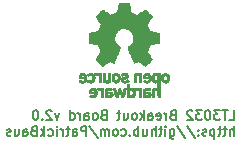
<source format=gbr>
G04 #@! TF.GenerationSoftware,KiCad,Pcbnew,(2017-06-16 revision 2018d4894)-master*
G04 #@! TF.CreationDate,2017-08-04T08:01:46+02:00*
G04 #@! TF.ProjectId,LT3032-breakout,4C54333033322D627265616B6F75742E,rev?*
G04 #@! TF.SameCoordinates,Original
G04 #@! TF.FileFunction,Legend,Bot*
G04 #@! TF.FilePolarity,Positive*
%FSLAX46Y46*%
G04 Gerber Fmt 4.6, Leading zero omitted, Abs format (unit mm)*
G04 Created by KiCad (PCBNEW (2017-06-16 revision 2018d4894)-master) date Fri Aug  4 08:01:46 2017*
%MOMM*%
%LPD*%
G01*
G04 APERTURE LIST*
%ADD10C,0.100000*%
%ADD11C,0.150000*%
%ADD12C,0.010000*%
G04 APERTURE END LIST*
D10*
D11*
X162931071Y-77286904D02*
X163312023Y-77286904D01*
X163312023Y-76486904D01*
X162778690Y-76486904D02*
X162321547Y-76486904D01*
X162550119Y-77286904D02*
X162550119Y-76486904D01*
X162131071Y-76486904D02*
X161635833Y-76486904D01*
X161902500Y-76791666D01*
X161788214Y-76791666D01*
X161712023Y-76829761D01*
X161673928Y-76867857D01*
X161635833Y-76944047D01*
X161635833Y-77134523D01*
X161673928Y-77210714D01*
X161712023Y-77248809D01*
X161788214Y-77286904D01*
X162016785Y-77286904D01*
X162092976Y-77248809D01*
X162131071Y-77210714D01*
X161140595Y-76486904D02*
X161064404Y-76486904D01*
X160988214Y-76525000D01*
X160950119Y-76563095D01*
X160912023Y-76639285D01*
X160873928Y-76791666D01*
X160873928Y-76982142D01*
X160912023Y-77134523D01*
X160950119Y-77210714D01*
X160988214Y-77248809D01*
X161064404Y-77286904D01*
X161140595Y-77286904D01*
X161216785Y-77248809D01*
X161254880Y-77210714D01*
X161292976Y-77134523D01*
X161331071Y-76982142D01*
X161331071Y-76791666D01*
X161292976Y-76639285D01*
X161254880Y-76563095D01*
X161216785Y-76525000D01*
X161140595Y-76486904D01*
X160607261Y-76486904D02*
X160112023Y-76486904D01*
X160378690Y-76791666D01*
X160264404Y-76791666D01*
X160188214Y-76829761D01*
X160150119Y-76867857D01*
X160112023Y-76944047D01*
X160112023Y-77134523D01*
X160150119Y-77210714D01*
X160188214Y-77248809D01*
X160264404Y-77286904D01*
X160492976Y-77286904D01*
X160569166Y-77248809D01*
X160607261Y-77210714D01*
X159807261Y-76563095D02*
X159769166Y-76525000D01*
X159692976Y-76486904D01*
X159502500Y-76486904D01*
X159426309Y-76525000D01*
X159388214Y-76563095D01*
X159350119Y-76639285D01*
X159350119Y-76715476D01*
X159388214Y-76829761D01*
X159845357Y-77286904D01*
X159350119Y-77286904D01*
X158131071Y-76867857D02*
X158016785Y-76905952D01*
X157978690Y-76944047D01*
X157940595Y-77020238D01*
X157940595Y-77134523D01*
X157978690Y-77210714D01*
X158016785Y-77248809D01*
X158092976Y-77286904D01*
X158397738Y-77286904D01*
X158397738Y-76486904D01*
X158131071Y-76486904D01*
X158054880Y-76525000D01*
X158016785Y-76563095D01*
X157978690Y-76639285D01*
X157978690Y-76715476D01*
X158016785Y-76791666D01*
X158054880Y-76829761D01*
X158131071Y-76867857D01*
X158397738Y-76867857D01*
X157597738Y-77286904D02*
X157597738Y-76753571D01*
X157597738Y-76905952D02*
X157559642Y-76829761D01*
X157521547Y-76791666D01*
X157445357Y-76753571D01*
X157369166Y-76753571D01*
X156797738Y-77248809D02*
X156873928Y-77286904D01*
X157026309Y-77286904D01*
X157102500Y-77248809D01*
X157140595Y-77172619D01*
X157140595Y-76867857D01*
X157102500Y-76791666D01*
X157026309Y-76753571D01*
X156873928Y-76753571D01*
X156797738Y-76791666D01*
X156759642Y-76867857D01*
X156759642Y-76944047D01*
X157140595Y-77020238D01*
X156073928Y-77286904D02*
X156073928Y-76867857D01*
X156112023Y-76791666D01*
X156188214Y-76753571D01*
X156340595Y-76753571D01*
X156416785Y-76791666D01*
X156073928Y-77248809D02*
X156150119Y-77286904D01*
X156340595Y-77286904D01*
X156416785Y-77248809D01*
X156454880Y-77172619D01*
X156454880Y-77096428D01*
X156416785Y-77020238D01*
X156340595Y-76982142D01*
X156150119Y-76982142D01*
X156073928Y-76944047D01*
X155692976Y-77286904D02*
X155692976Y-76486904D01*
X155616785Y-76982142D02*
X155388214Y-77286904D01*
X155388214Y-76753571D02*
X155692976Y-77058333D01*
X154931071Y-77286904D02*
X155007261Y-77248809D01*
X155045357Y-77210714D01*
X155083452Y-77134523D01*
X155083452Y-76905952D01*
X155045357Y-76829761D01*
X155007261Y-76791666D01*
X154931071Y-76753571D01*
X154816785Y-76753571D01*
X154740595Y-76791666D01*
X154702500Y-76829761D01*
X154664404Y-76905952D01*
X154664404Y-77134523D01*
X154702500Y-77210714D01*
X154740595Y-77248809D01*
X154816785Y-77286904D01*
X154931071Y-77286904D01*
X153978690Y-76753571D02*
X153978690Y-77286904D01*
X154321547Y-76753571D02*
X154321547Y-77172619D01*
X154283452Y-77248809D01*
X154207261Y-77286904D01*
X154092976Y-77286904D01*
X154016785Y-77248809D01*
X153978690Y-77210714D01*
X153712023Y-76753571D02*
X153407261Y-76753571D01*
X153597738Y-76486904D02*
X153597738Y-77172619D01*
X153559642Y-77248809D01*
X153483452Y-77286904D01*
X153407261Y-77286904D01*
X152264404Y-76867857D02*
X152150119Y-76905952D01*
X152112023Y-76944047D01*
X152073928Y-77020238D01*
X152073928Y-77134523D01*
X152112023Y-77210714D01*
X152150119Y-77248809D01*
X152226309Y-77286904D01*
X152531071Y-77286904D01*
X152531071Y-76486904D01*
X152264404Y-76486904D01*
X152188214Y-76525000D01*
X152150119Y-76563095D01*
X152112023Y-76639285D01*
X152112023Y-76715476D01*
X152150119Y-76791666D01*
X152188214Y-76829761D01*
X152264404Y-76867857D01*
X152531071Y-76867857D01*
X151616785Y-77286904D02*
X151692976Y-77248809D01*
X151731071Y-77210714D01*
X151769166Y-77134523D01*
X151769166Y-76905952D01*
X151731071Y-76829761D01*
X151692976Y-76791666D01*
X151616785Y-76753571D01*
X151502500Y-76753571D01*
X151426309Y-76791666D01*
X151388214Y-76829761D01*
X151350119Y-76905952D01*
X151350119Y-77134523D01*
X151388214Y-77210714D01*
X151426309Y-77248809D01*
X151502500Y-77286904D01*
X151616785Y-77286904D01*
X150664404Y-77286904D02*
X150664404Y-76867857D01*
X150702500Y-76791666D01*
X150778690Y-76753571D01*
X150931071Y-76753571D01*
X151007261Y-76791666D01*
X150664404Y-77248809D02*
X150740595Y-77286904D01*
X150931071Y-77286904D01*
X151007261Y-77248809D01*
X151045357Y-77172619D01*
X151045357Y-77096428D01*
X151007261Y-77020238D01*
X150931071Y-76982142D01*
X150740595Y-76982142D01*
X150664404Y-76944047D01*
X150283452Y-77286904D02*
X150283452Y-76753571D01*
X150283452Y-76905952D02*
X150245357Y-76829761D01*
X150207261Y-76791666D01*
X150131071Y-76753571D01*
X150054880Y-76753571D01*
X149445357Y-77286904D02*
X149445357Y-76486904D01*
X149445357Y-77248809D02*
X149521547Y-77286904D01*
X149673928Y-77286904D01*
X149750119Y-77248809D01*
X149788214Y-77210714D01*
X149826309Y-77134523D01*
X149826309Y-76905952D01*
X149788214Y-76829761D01*
X149750119Y-76791666D01*
X149673928Y-76753571D01*
X149521547Y-76753571D01*
X149445357Y-76791666D01*
X148531071Y-76753571D02*
X148340595Y-77286904D01*
X148150119Y-76753571D01*
X147883452Y-76563095D02*
X147845357Y-76525000D01*
X147769166Y-76486904D01*
X147578690Y-76486904D01*
X147502500Y-76525000D01*
X147464404Y-76563095D01*
X147426309Y-76639285D01*
X147426309Y-76715476D01*
X147464404Y-76829761D01*
X147921547Y-77286904D01*
X147426309Y-77286904D01*
X147083452Y-77210714D02*
X147045357Y-77248809D01*
X147083452Y-77286904D01*
X147121547Y-77248809D01*
X147083452Y-77210714D01*
X147083452Y-77286904D01*
X146550119Y-76486904D02*
X146473928Y-76486904D01*
X146397738Y-76525000D01*
X146359642Y-76563095D01*
X146321547Y-76639285D01*
X146283452Y-76791666D01*
X146283452Y-76982142D01*
X146321547Y-77134523D01*
X146359642Y-77210714D01*
X146397738Y-77248809D01*
X146473928Y-77286904D01*
X146550119Y-77286904D01*
X146626309Y-77248809D01*
X146664404Y-77210714D01*
X146702500Y-77134523D01*
X146740595Y-76982142D01*
X146740595Y-76791666D01*
X146702500Y-76639285D01*
X146664404Y-76563095D01*
X146626309Y-76525000D01*
X146550119Y-76486904D01*
X163312023Y-78636904D02*
X163312023Y-77836904D01*
X162969166Y-78636904D02*
X162969166Y-78217857D01*
X163007261Y-78141666D01*
X163083452Y-78103571D01*
X163197738Y-78103571D01*
X163273928Y-78141666D01*
X163312023Y-78179761D01*
X162702500Y-78103571D02*
X162397738Y-78103571D01*
X162588214Y-77836904D02*
X162588214Y-78522619D01*
X162550119Y-78598809D01*
X162473928Y-78636904D01*
X162397738Y-78636904D01*
X162245357Y-78103571D02*
X161940595Y-78103571D01*
X162131071Y-77836904D02*
X162131071Y-78522619D01*
X162092976Y-78598809D01*
X162016785Y-78636904D01*
X161940595Y-78636904D01*
X161673928Y-78103571D02*
X161673928Y-78903571D01*
X161673928Y-78141666D02*
X161597738Y-78103571D01*
X161445357Y-78103571D01*
X161369166Y-78141666D01*
X161331071Y-78179761D01*
X161292976Y-78255952D01*
X161292976Y-78484523D01*
X161331071Y-78560714D01*
X161369166Y-78598809D01*
X161445357Y-78636904D01*
X161597738Y-78636904D01*
X161673928Y-78598809D01*
X160988214Y-78598809D02*
X160912023Y-78636904D01*
X160759642Y-78636904D01*
X160683452Y-78598809D01*
X160645357Y-78522619D01*
X160645357Y-78484523D01*
X160683452Y-78408333D01*
X160759642Y-78370238D01*
X160873928Y-78370238D01*
X160950119Y-78332142D01*
X160988214Y-78255952D01*
X160988214Y-78217857D01*
X160950119Y-78141666D01*
X160873928Y-78103571D01*
X160759642Y-78103571D01*
X160683452Y-78141666D01*
X160302500Y-78560714D02*
X160264404Y-78598809D01*
X160302500Y-78636904D01*
X160340595Y-78598809D01*
X160302500Y-78560714D01*
X160302500Y-78636904D01*
X160302500Y-78141666D02*
X160264404Y-78179761D01*
X160302500Y-78217857D01*
X160340595Y-78179761D01*
X160302500Y-78141666D01*
X160302500Y-78217857D01*
X159350119Y-77798809D02*
X160035833Y-78827380D01*
X158512023Y-77798809D02*
X159197738Y-78827380D01*
X157902500Y-78103571D02*
X157902500Y-78751190D01*
X157940595Y-78827380D01*
X157978690Y-78865476D01*
X158054880Y-78903571D01*
X158169166Y-78903571D01*
X158245357Y-78865476D01*
X157902500Y-78598809D02*
X157978690Y-78636904D01*
X158131071Y-78636904D01*
X158207261Y-78598809D01*
X158245357Y-78560714D01*
X158283452Y-78484523D01*
X158283452Y-78255952D01*
X158245357Y-78179761D01*
X158207261Y-78141666D01*
X158131071Y-78103571D01*
X157978690Y-78103571D01*
X157902500Y-78141666D01*
X157521547Y-78636904D02*
X157521547Y-78103571D01*
X157521547Y-77836904D02*
X157559642Y-77875000D01*
X157521547Y-77913095D01*
X157483452Y-77875000D01*
X157521547Y-77836904D01*
X157521547Y-77913095D01*
X157254880Y-78103571D02*
X156950119Y-78103571D01*
X157140595Y-77836904D02*
X157140595Y-78522619D01*
X157102500Y-78598809D01*
X157026309Y-78636904D01*
X156950119Y-78636904D01*
X156683452Y-78636904D02*
X156683452Y-77836904D01*
X156340595Y-78636904D02*
X156340595Y-78217857D01*
X156378690Y-78141666D01*
X156454880Y-78103571D01*
X156569166Y-78103571D01*
X156645357Y-78141666D01*
X156683452Y-78179761D01*
X155616785Y-78103571D02*
X155616785Y-78636904D01*
X155959642Y-78103571D02*
X155959642Y-78522619D01*
X155921547Y-78598809D01*
X155845357Y-78636904D01*
X155731071Y-78636904D01*
X155654880Y-78598809D01*
X155616785Y-78560714D01*
X155235833Y-78636904D02*
X155235833Y-77836904D01*
X155235833Y-78141666D02*
X155159642Y-78103571D01*
X155007261Y-78103571D01*
X154931071Y-78141666D01*
X154892976Y-78179761D01*
X154854880Y-78255952D01*
X154854880Y-78484523D01*
X154892976Y-78560714D01*
X154931071Y-78598809D01*
X155007261Y-78636904D01*
X155159642Y-78636904D01*
X155235833Y-78598809D01*
X154512023Y-78560714D02*
X154473928Y-78598809D01*
X154512023Y-78636904D01*
X154550119Y-78598809D01*
X154512023Y-78560714D01*
X154512023Y-78636904D01*
X153788214Y-78598809D02*
X153864404Y-78636904D01*
X154016785Y-78636904D01*
X154092976Y-78598809D01*
X154131071Y-78560714D01*
X154169166Y-78484523D01*
X154169166Y-78255952D01*
X154131071Y-78179761D01*
X154092976Y-78141666D01*
X154016785Y-78103571D01*
X153864404Y-78103571D01*
X153788214Y-78141666D01*
X153331071Y-78636904D02*
X153407261Y-78598809D01*
X153445357Y-78560714D01*
X153483452Y-78484523D01*
X153483452Y-78255952D01*
X153445357Y-78179761D01*
X153407261Y-78141666D01*
X153331071Y-78103571D01*
X153216785Y-78103571D01*
X153140595Y-78141666D01*
X153102500Y-78179761D01*
X153064404Y-78255952D01*
X153064404Y-78484523D01*
X153102500Y-78560714D01*
X153140595Y-78598809D01*
X153216785Y-78636904D01*
X153331071Y-78636904D01*
X152721547Y-78636904D02*
X152721547Y-78103571D01*
X152721547Y-78179761D02*
X152683452Y-78141666D01*
X152607261Y-78103571D01*
X152492976Y-78103571D01*
X152416785Y-78141666D01*
X152378690Y-78217857D01*
X152378690Y-78636904D01*
X152378690Y-78217857D02*
X152340595Y-78141666D01*
X152264404Y-78103571D01*
X152150119Y-78103571D01*
X152073928Y-78141666D01*
X152035833Y-78217857D01*
X152035833Y-78636904D01*
X151083452Y-77798809D02*
X151769166Y-78827380D01*
X150816785Y-78636904D02*
X150816785Y-77836904D01*
X150512023Y-77836904D01*
X150435833Y-77875000D01*
X150397738Y-77913095D01*
X150359642Y-77989285D01*
X150359642Y-78103571D01*
X150397738Y-78179761D01*
X150435833Y-78217857D01*
X150512023Y-78255952D01*
X150816785Y-78255952D01*
X149673928Y-78636904D02*
X149673928Y-78217857D01*
X149712023Y-78141666D01*
X149788214Y-78103571D01*
X149940595Y-78103571D01*
X150016785Y-78141666D01*
X149673928Y-78598809D02*
X149750119Y-78636904D01*
X149940595Y-78636904D01*
X150016785Y-78598809D01*
X150054880Y-78522619D01*
X150054880Y-78446428D01*
X150016785Y-78370238D01*
X149940595Y-78332142D01*
X149750119Y-78332142D01*
X149673928Y-78294047D01*
X149407261Y-78103571D02*
X149102500Y-78103571D01*
X149292976Y-77836904D02*
X149292976Y-78522619D01*
X149254880Y-78598809D01*
X149178690Y-78636904D01*
X149102500Y-78636904D01*
X148835833Y-78636904D02*
X148835833Y-78103571D01*
X148835833Y-78255952D02*
X148797738Y-78179761D01*
X148759642Y-78141666D01*
X148683452Y-78103571D01*
X148607261Y-78103571D01*
X148340595Y-78636904D02*
X148340595Y-78103571D01*
X148340595Y-77836904D02*
X148378690Y-77875000D01*
X148340595Y-77913095D01*
X148302500Y-77875000D01*
X148340595Y-77836904D01*
X148340595Y-77913095D01*
X147616785Y-78598809D02*
X147692976Y-78636904D01*
X147845357Y-78636904D01*
X147921547Y-78598809D01*
X147959642Y-78560714D01*
X147997738Y-78484523D01*
X147997738Y-78255952D01*
X147959642Y-78179761D01*
X147921547Y-78141666D01*
X147845357Y-78103571D01*
X147692976Y-78103571D01*
X147616785Y-78141666D01*
X147273928Y-78636904D02*
X147273928Y-77836904D01*
X147197738Y-78332142D02*
X146969166Y-78636904D01*
X146969166Y-78103571D02*
X147273928Y-78408333D01*
X146359642Y-78217857D02*
X146245357Y-78255952D01*
X146207261Y-78294047D01*
X146169166Y-78370238D01*
X146169166Y-78484523D01*
X146207261Y-78560714D01*
X146245357Y-78598809D01*
X146321547Y-78636904D01*
X146626309Y-78636904D01*
X146626309Y-77836904D01*
X146359642Y-77836904D01*
X146283452Y-77875000D01*
X146245357Y-77913095D01*
X146207261Y-77989285D01*
X146207261Y-78065476D01*
X146245357Y-78141666D01*
X146283452Y-78179761D01*
X146359642Y-78217857D01*
X146626309Y-78217857D01*
X145483452Y-78636904D02*
X145483452Y-78217857D01*
X145521547Y-78141666D01*
X145597738Y-78103571D01*
X145750119Y-78103571D01*
X145826309Y-78141666D01*
X145483452Y-78598809D02*
X145559642Y-78636904D01*
X145750119Y-78636904D01*
X145826309Y-78598809D01*
X145864404Y-78522619D01*
X145864404Y-78446428D01*
X145826309Y-78370238D01*
X145750119Y-78332142D01*
X145559642Y-78332142D01*
X145483452Y-78294047D01*
X144759642Y-78103571D02*
X144759642Y-78636904D01*
X145102500Y-78103571D02*
X145102500Y-78522619D01*
X145064404Y-78598809D01*
X144988214Y-78636904D01*
X144873928Y-78636904D01*
X144797738Y-78598809D01*
X144759642Y-78560714D01*
X144416785Y-78598809D02*
X144340595Y-78636904D01*
X144188214Y-78636904D01*
X144112023Y-78598809D01*
X144073928Y-78522619D01*
X144073928Y-78484523D01*
X144112023Y-78408333D01*
X144188214Y-78370238D01*
X144302500Y-78370238D01*
X144378690Y-78332142D01*
X144416785Y-78255952D01*
X144416785Y-78217857D01*
X144378690Y-78141666D01*
X144302500Y-78103571D01*
X144188214Y-78103571D01*
X144112023Y-78141666D01*
D12*
G36*
X153499036Y-67798576D02*
X153423487Y-68199322D01*
X152865959Y-68429154D01*
X152531535Y-68201748D01*
X152437878Y-68138431D01*
X152353218Y-68081896D01*
X152281505Y-68034727D01*
X152226689Y-67999502D01*
X152192720Y-67978805D01*
X152183470Y-67974342D01*
X152166805Y-67985820D01*
X152131194Y-68017551D01*
X152080629Y-68065483D01*
X152019100Y-68125562D01*
X151950601Y-68193733D01*
X151879121Y-68265945D01*
X151808653Y-68338142D01*
X151743189Y-68406273D01*
X151686720Y-68466283D01*
X151643237Y-68514119D01*
X151616732Y-68545727D01*
X151610395Y-68556305D01*
X151619514Y-68575806D01*
X151645080Y-68618531D01*
X151684403Y-68680298D01*
X151734797Y-68756931D01*
X151793573Y-68844248D01*
X151827632Y-68894052D01*
X151889711Y-68984993D01*
X151944874Y-69067059D01*
X151990446Y-69136163D01*
X152023750Y-69188222D01*
X152042110Y-69219150D01*
X152044869Y-69225650D01*
X152038615Y-69244121D01*
X152021566Y-69287172D01*
X151996297Y-69348749D01*
X151965378Y-69422799D01*
X151931382Y-69503270D01*
X151896882Y-69584107D01*
X151864449Y-69659258D01*
X151836657Y-69722671D01*
X151816077Y-69768293D01*
X151805281Y-69790069D01*
X151804644Y-69790926D01*
X151787693Y-69795084D01*
X151742549Y-69804361D01*
X151673890Y-69817844D01*
X151586398Y-69834621D01*
X151484750Y-69853781D01*
X151425444Y-69864830D01*
X151316828Y-69885510D01*
X151218723Y-69905189D01*
X151136091Y-69922789D01*
X151073896Y-69937233D01*
X151037101Y-69947446D01*
X151029704Y-69950686D01*
X151022460Y-69972617D01*
X151016615Y-70022147D01*
X151012165Y-70093485D01*
X151009107Y-70180839D01*
X151007435Y-70278417D01*
X151007147Y-70380426D01*
X151008239Y-70481075D01*
X151010706Y-70574572D01*
X151014544Y-70655125D01*
X151019750Y-70716942D01*
X151026319Y-70754230D01*
X151030259Y-70761993D01*
X151053812Y-70771298D01*
X151103718Y-70784600D01*
X151173377Y-70800337D01*
X151256187Y-70816946D01*
X151285095Y-70822319D01*
X151424469Y-70847848D01*
X151534564Y-70868408D01*
X151619018Y-70884815D01*
X151681470Y-70897887D01*
X151725556Y-70908441D01*
X151754915Y-70917294D01*
X151773185Y-70925263D01*
X151784002Y-70933165D01*
X151785515Y-70934727D01*
X151800623Y-70959886D01*
X151823671Y-71008850D01*
X151852356Y-71075621D01*
X151884378Y-71154205D01*
X151917435Y-71238607D01*
X151949227Y-71322830D01*
X151977451Y-71400879D01*
X151999807Y-71466759D01*
X152013993Y-71514473D01*
X152017707Y-71538027D01*
X152017398Y-71538852D01*
X152004811Y-71558104D01*
X151976256Y-71600463D01*
X151934733Y-71661521D01*
X151883244Y-71736868D01*
X151824789Y-71822096D01*
X151808142Y-71846315D01*
X151748785Y-71934123D01*
X151696553Y-72014238D01*
X151654292Y-72082062D01*
X151624847Y-72132993D01*
X151611063Y-72162431D01*
X151610395Y-72166048D01*
X151621976Y-72185057D01*
X151653976Y-72222714D01*
X151702282Y-72274973D01*
X151762780Y-72337786D01*
X151831356Y-72407106D01*
X151903896Y-72478885D01*
X151976288Y-72549077D01*
X152044416Y-72613635D01*
X152104168Y-72668510D01*
X152151429Y-72709656D01*
X152182087Y-72733026D01*
X152190568Y-72736842D01*
X152210309Y-72727855D01*
X152250726Y-72703616D01*
X152305237Y-72668209D01*
X152347177Y-72639711D01*
X152423171Y-72587418D01*
X152513166Y-72525845D01*
X152603436Y-72464370D01*
X152651968Y-72431469D01*
X152816238Y-72320359D01*
X152954131Y-72394916D01*
X153016951Y-72427578D01*
X153070371Y-72452966D01*
X153106516Y-72467446D01*
X153115716Y-72469460D01*
X153126779Y-72454584D01*
X153148606Y-72412547D01*
X153179566Y-72347227D01*
X153218030Y-72262500D01*
X153262368Y-72162245D01*
X153310953Y-72050339D01*
X153362154Y-71930659D01*
X153414341Y-71807084D01*
X153465887Y-71683491D01*
X153515160Y-71563757D01*
X153560533Y-71451759D01*
X153600375Y-71351377D01*
X153633058Y-71266486D01*
X153656951Y-71200965D01*
X153670426Y-71158690D01*
X153672594Y-71144172D01*
X153655417Y-71125653D01*
X153617810Y-71095590D01*
X153567634Y-71060232D01*
X153563422Y-71057434D01*
X153433736Y-70953625D01*
X153329166Y-70832515D01*
X153250619Y-70697976D01*
X153199001Y-70553882D01*
X153175218Y-70404105D01*
X153180177Y-70252517D01*
X153214783Y-70102992D01*
X153279943Y-69959400D01*
X153299114Y-69927984D01*
X153398826Y-69801125D01*
X153516623Y-69699255D01*
X153648429Y-69622904D01*
X153790167Y-69572602D01*
X153937758Y-69548879D01*
X154087127Y-69552265D01*
X154234197Y-69583288D01*
X154374889Y-69642480D01*
X154505127Y-69730369D01*
X154545414Y-69766042D01*
X154647945Y-69877706D01*
X154722659Y-69995257D01*
X154773910Y-70127020D01*
X154802454Y-70257507D01*
X154809500Y-70404216D01*
X154786004Y-70551653D01*
X154734351Y-70694834D01*
X154656929Y-70828777D01*
X154556125Y-70948498D01*
X154434324Y-71049014D01*
X154418316Y-71059609D01*
X154367602Y-71094306D01*
X154329050Y-71124370D01*
X154310619Y-71143565D01*
X154310351Y-71144172D01*
X154314308Y-71164936D01*
X154329993Y-71212062D01*
X154355778Y-71281673D01*
X154390031Y-71369893D01*
X154431123Y-71472844D01*
X154477424Y-71586650D01*
X154527304Y-71707435D01*
X154579133Y-71831321D01*
X154631281Y-71954432D01*
X154682118Y-72072891D01*
X154730013Y-72182823D01*
X154773338Y-72280349D01*
X154810462Y-72361593D01*
X154839756Y-72422679D01*
X154859588Y-72459730D01*
X154867574Y-72469460D01*
X154891979Y-72461883D01*
X154937642Y-72441560D01*
X154996690Y-72412125D01*
X155029160Y-72394916D01*
X155167053Y-72320359D01*
X155331323Y-72431469D01*
X155415179Y-72488390D01*
X155506987Y-72551030D01*
X155593020Y-72610011D01*
X155636113Y-72639711D01*
X155696723Y-72680410D01*
X155748045Y-72712663D01*
X155783385Y-72732384D01*
X155794863Y-72736554D01*
X155811570Y-72725307D01*
X155848546Y-72693911D01*
X155902205Y-72645624D01*
X155968962Y-72583708D01*
X156045234Y-72511421D01*
X156093473Y-72465008D01*
X156177867Y-72382087D01*
X156250803Y-72307920D01*
X156309331Y-72245680D01*
X156350503Y-72198541D01*
X156371372Y-72169673D01*
X156373374Y-72163815D01*
X156364083Y-72141532D01*
X156338409Y-72096477D01*
X156299200Y-72033211D01*
X156249303Y-71956295D01*
X156191567Y-71870292D01*
X156175149Y-71846315D01*
X156115323Y-71759170D01*
X156061650Y-71680710D01*
X156017130Y-71615345D01*
X155984765Y-71567484D01*
X155967555Y-71541535D01*
X155965893Y-71538852D01*
X155968379Y-71518172D01*
X155981577Y-71472704D01*
X156003186Y-71408444D01*
X156030904Y-71331387D01*
X156062430Y-71247529D01*
X156095463Y-71162866D01*
X156127701Y-71083392D01*
X156156843Y-71015104D01*
X156180588Y-70963997D01*
X156196635Y-70936067D01*
X156197775Y-70934727D01*
X156207588Y-70926745D01*
X156224161Y-70918851D01*
X156251132Y-70910229D01*
X156292139Y-70900062D01*
X156350820Y-70887531D01*
X156430813Y-70871821D01*
X156535755Y-70852113D01*
X156669285Y-70827592D01*
X156698196Y-70822319D01*
X156783882Y-70805764D01*
X156858582Y-70789569D01*
X156915694Y-70775296D01*
X156948617Y-70764508D01*
X156953031Y-70761993D01*
X156960306Y-70739696D01*
X156966219Y-70689869D01*
X156970766Y-70618304D01*
X156973945Y-70530793D01*
X156975749Y-70433128D01*
X156976177Y-70331101D01*
X156975223Y-70230503D01*
X156972884Y-70137127D01*
X156969156Y-70056765D01*
X156964034Y-69995209D01*
X156957516Y-69958250D01*
X156953586Y-69950686D01*
X156931708Y-69943056D01*
X156881891Y-69930642D01*
X156809097Y-69914522D01*
X156718289Y-69895773D01*
X156614431Y-69875471D01*
X156557846Y-69864830D01*
X156450486Y-69844760D01*
X156354746Y-69826580D01*
X156275306Y-69811199D01*
X156216846Y-69799531D01*
X156184045Y-69792488D01*
X156178646Y-69790926D01*
X156169522Y-69773322D01*
X156150235Y-69730918D01*
X156123355Y-69669772D01*
X156091454Y-69595943D01*
X156057102Y-69515489D01*
X156022871Y-69434468D01*
X155991331Y-69358937D01*
X155965054Y-69294955D01*
X155946611Y-69248580D01*
X155938571Y-69225869D01*
X155938422Y-69224876D01*
X155947535Y-69206961D01*
X155973086Y-69165733D01*
X156012388Y-69105291D01*
X156062757Y-69029731D01*
X156121506Y-68943152D01*
X156155658Y-68893421D01*
X156217890Y-68802236D01*
X156273164Y-68719449D01*
X156318782Y-68649249D01*
X156352048Y-68595824D01*
X156370264Y-68563361D01*
X156372895Y-68556083D01*
X156361586Y-68539145D01*
X156330319Y-68502978D01*
X156283090Y-68451635D01*
X156223892Y-68389167D01*
X156156719Y-68319626D01*
X156085566Y-68247065D01*
X156014426Y-68175535D01*
X155947293Y-68109087D01*
X155888161Y-68051774D01*
X155841025Y-68007647D01*
X155809877Y-67980759D01*
X155799457Y-67974342D01*
X155782491Y-67983365D01*
X155741911Y-68008715D01*
X155681663Y-68047810D01*
X155605693Y-68098071D01*
X155517946Y-68156917D01*
X155451756Y-68201748D01*
X155117332Y-68429154D01*
X154838567Y-68314238D01*
X154559803Y-68199322D01*
X154484254Y-67798576D01*
X154408706Y-67397829D01*
X153574585Y-67397829D01*
X153499036Y-67798576D01*
X153499036Y-67798576D01*
G37*
X153499036Y-67798576D02*
X153423487Y-68199322D01*
X152865959Y-68429154D01*
X152531535Y-68201748D01*
X152437878Y-68138431D01*
X152353218Y-68081896D01*
X152281505Y-68034727D01*
X152226689Y-67999502D01*
X152192720Y-67978805D01*
X152183470Y-67974342D01*
X152166805Y-67985820D01*
X152131194Y-68017551D01*
X152080629Y-68065483D01*
X152019100Y-68125562D01*
X151950601Y-68193733D01*
X151879121Y-68265945D01*
X151808653Y-68338142D01*
X151743189Y-68406273D01*
X151686720Y-68466283D01*
X151643237Y-68514119D01*
X151616732Y-68545727D01*
X151610395Y-68556305D01*
X151619514Y-68575806D01*
X151645080Y-68618531D01*
X151684403Y-68680298D01*
X151734797Y-68756931D01*
X151793573Y-68844248D01*
X151827632Y-68894052D01*
X151889711Y-68984993D01*
X151944874Y-69067059D01*
X151990446Y-69136163D01*
X152023750Y-69188222D01*
X152042110Y-69219150D01*
X152044869Y-69225650D01*
X152038615Y-69244121D01*
X152021566Y-69287172D01*
X151996297Y-69348749D01*
X151965378Y-69422799D01*
X151931382Y-69503270D01*
X151896882Y-69584107D01*
X151864449Y-69659258D01*
X151836657Y-69722671D01*
X151816077Y-69768293D01*
X151805281Y-69790069D01*
X151804644Y-69790926D01*
X151787693Y-69795084D01*
X151742549Y-69804361D01*
X151673890Y-69817844D01*
X151586398Y-69834621D01*
X151484750Y-69853781D01*
X151425444Y-69864830D01*
X151316828Y-69885510D01*
X151218723Y-69905189D01*
X151136091Y-69922789D01*
X151073896Y-69937233D01*
X151037101Y-69947446D01*
X151029704Y-69950686D01*
X151022460Y-69972617D01*
X151016615Y-70022147D01*
X151012165Y-70093485D01*
X151009107Y-70180839D01*
X151007435Y-70278417D01*
X151007147Y-70380426D01*
X151008239Y-70481075D01*
X151010706Y-70574572D01*
X151014544Y-70655125D01*
X151019750Y-70716942D01*
X151026319Y-70754230D01*
X151030259Y-70761993D01*
X151053812Y-70771298D01*
X151103718Y-70784600D01*
X151173377Y-70800337D01*
X151256187Y-70816946D01*
X151285095Y-70822319D01*
X151424469Y-70847848D01*
X151534564Y-70868408D01*
X151619018Y-70884815D01*
X151681470Y-70897887D01*
X151725556Y-70908441D01*
X151754915Y-70917294D01*
X151773185Y-70925263D01*
X151784002Y-70933165D01*
X151785515Y-70934727D01*
X151800623Y-70959886D01*
X151823671Y-71008850D01*
X151852356Y-71075621D01*
X151884378Y-71154205D01*
X151917435Y-71238607D01*
X151949227Y-71322830D01*
X151977451Y-71400879D01*
X151999807Y-71466759D01*
X152013993Y-71514473D01*
X152017707Y-71538027D01*
X152017398Y-71538852D01*
X152004811Y-71558104D01*
X151976256Y-71600463D01*
X151934733Y-71661521D01*
X151883244Y-71736868D01*
X151824789Y-71822096D01*
X151808142Y-71846315D01*
X151748785Y-71934123D01*
X151696553Y-72014238D01*
X151654292Y-72082062D01*
X151624847Y-72132993D01*
X151611063Y-72162431D01*
X151610395Y-72166048D01*
X151621976Y-72185057D01*
X151653976Y-72222714D01*
X151702282Y-72274973D01*
X151762780Y-72337786D01*
X151831356Y-72407106D01*
X151903896Y-72478885D01*
X151976288Y-72549077D01*
X152044416Y-72613635D01*
X152104168Y-72668510D01*
X152151429Y-72709656D01*
X152182087Y-72733026D01*
X152190568Y-72736842D01*
X152210309Y-72727855D01*
X152250726Y-72703616D01*
X152305237Y-72668209D01*
X152347177Y-72639711D01*
X152423171Y-72587418D01*
X152513166Y-72525845D01*
X152603436Y-72464370D01*
X152651968Y-72431469D01*
X152816238Y-72320359D01*
X152954131Y-72394916D01*
X153016951Y-72427578D01*
X153070371Y-72452966D01*
X153106516Y-72467446D01*
X153115716Y-72469460D01*
X153126779Y-72454584D01*
X153148606Y-72412547D01*
X153179566Y-72347227D01*
X153218030Y-72262500D01*
X153262368Y-72162245D01*
X153310953Y-72050339D01*
X153362154Y-71930659D01*
X153414341Y-71807084D01*
X153465887Y-71683491D01*
X153515160Y-71563757D01*
X153560533Y-71451759D01*
X153600375Y-71351377D01*
X153633058Y-71266486D01*
X153656951Y-71200965D01*
X153670426Y-71158690D01*
X153672594Y-71144172D01*
X153655417Y-71125653D01*
X153617810Y-71095590D01*
X153567634Y-71060232D01*
X153563422Y-71057434D01*
X153433736Y-70953625D01*
X153329166Y-70832515D01*
X153250619Y-70697976D01*
X153199001Y-70553882D01*
X153175218Y-70404105D01*
X153180177Y-70252517D01*
X153214783Y-70102992D01*
X153279943Y-69959400D01*
X153299114Y-69927984D01*
X153398826Y-69801125D01*
X153516623Y-69699255D01*
X153648429Y-69622904D01*
X153790167Y-69572602D01*
X153937758Y-69548879D01*
X154087127Y-69552265D01*
X154234197Y-69583288D01*
X154374889Y-69642480D01*
X154505127Y-69730369D01*
X154545414Y-69766042D01*
X154647945Y-69877706D01*
X154722659Y-69995257D01*
X154773910Y-70127020D01*
X154802454Y-70257507D01*
X154809500Y-70404216D01*
X154786004Y-70551653D01*
X154734351Y-70694834D01*
X154656929Y-70828777D01*
X154556125Y-70948498D01*
X154434324Y-71049014D01*
X154418316Y-71059609D01*
X154367602Y-71094306D01*
X154329050Y-71124370D01*
X154310619Y-71143565D01*
X154310351Y-71144172D01*
X154314308Y-71164936D01*
X154329993Y-71212062D01*
X154355778Y-71281673D01*
X154390031Y-71369893D01*
X154431123Y-71472844D01*
X154477424Y-71586650D01*
X154527304Y-71707435D01*
X154579133Y-71831321D01*
X154631281Y-71954432D01*
X154682118Y-72072891D01*
X154730013Y-72182823D01*
X154773338Y-72280349D01*
X154810462Y-72361593D01*
X154839756Y-72422679D01*
X154859588Y-72459730D01*
X154867574Y-72469460D01*
X154891979Y-72461883D01*
X154937642Y-72441560D01*
X154996690Y-72412125D01*
X155029160Y-72394916D01*
X155167053Y-72320359D01*
X155331323Y-72431469D01*
X155415179Y-72488390D01*
X155506987Y-72551030D01*
X155593020Y-72610011D01*
X155636113Y-72639711D01*
X155696723Y-72680410D01*
X155748045Y-72712663D01*
X155783385Y-72732384D01*
X155794863Y-72736554D01*
X155811570Y-72725307D01*
X155848546Y-72693911D01*
X155902205Y-72645624D01*
X155968962Y-72583708D01*
X156045234Y-72511421D01*
X156093473Y-72465008D01*
X156177867Y-72382087D01*
X156250803Y-72307920D01*
X156309331Y-72245680D01*
X156350503Y-72198541D01*
X156371372Y-72169673D01*
X156373374Y-72163815D01*
X156364083Y-72141532D01*
X156338409Y-72096477D01*
X156299200Y-72033211D01*
X156249303Y-71956295D01*
X156191567Y-71870292D01*
X156175149Y-71846315D01*
X156115323Y-71759170D01*
X156061650Y-71680710D01*
X156017130Y-71615345D01*
X155984765Y-71567484D01*
X155967555Y-71541535D01*
X155965893Y-71538852D01*
X155968379Y-71518172D01*
X155981577Y-71472704D01*
X156003186Y-71408444D01*
X156030904Y-71331387D01*
X156062430Y-71247529D01*
X156095463Y-71162866D01*
X156127701Y-71083392D01*
X156156843Y-71015104D01*
X156180588Y-70963997D01*
X156196635Y-70936067D01*
X156197775Y-70934727D01*
X156207588Y-70926745D01*
X156224161Y-70918851D01*
X156251132Y-70910229D01*
X156292139Y-70900062D01*
X156350820Y-70887531D01*
X156430813Y-70871821D01*
X156535755Y-70852113D01*
X156669285Y-70827592D01*
X156698196Y-70822319D01*
X156783882Y-70805764D01*
X156858582Y-70789569D01*
X156915694Y-70775296D01*
X156948617Y-70764508D01*
X156953031Y-70761993D01*
X156960306Y-70739696D01*
X156966219Y-70689869D01*
X156970766Y-70618304D01*
X156973945Y-70530793D01*
X156975749Y-70433128D01*
X156976177Y-70331101D01*
X156975223Y-70230503D01*
X156972884Y-70137127D01*
X156969156Y-70056765D01*
X156964034Y-69995209D01*
X156957516Y-69958250D01*
X156953586Y-69950686D01*
X156931708Y-69943056D01*
X156881891Y-69930642D01*
X156809097Y-69914522D01*
X156718289Y-69895773D01*
X156614431Y-69875471D01*
X156557846Y-69864830D01*
X156450486Y-69844760D01*
X156354746Y-69826580D01*
X156275306Y-69811199D01*
X156216846Y-69799531D01*
X156184045Y-69792488D01*
X156178646Y-69790926D01*
X156169522Y-69773322D01*
X156150235Y-69730918D01*
X156123355Y-69669772D01*
X156091454Y-69595943D01*
X156057102Y-69515489D01*
X156022871Y-69434468D01*
X155991331Y-69358937D01*
X155965054Y-69294955D01*
X155946611Y-69248580D01*
X155938571Y-69225869D01*
X155938422Y-69224876D01*
X155947535Y-69206961D01*
X155973086Y-69165733D01*
X156012388Y-69105291D01*
X156062757Y-69029731D01*
X156121506Y-68943152D01*
X156155658Y-68893421D01*
X156217890Y-68802236D01*
X156273164Y-68719449D01*
X156318782Y-68649249D01*
X156352048Y-68595824D01*
X156370264Y-68563361D01*
X156372895Y-68556083D01*
X156361586Y-68539145D01*
X156330319Y-68502978D01*
X156283090Y-68451635D01*
X156223892Y-68389167D01*
X156156719Y-68319626D01*
X156085566Y-68247065D01*
X156014426Y-68175535D01*
X155947293Y-68109087D01*
X155888161Y-68051774D01*
X155841025Y-68007647D01*
X155809877Y-67980759D01*
X155799457Y-67974342D01*
X155782491Y-67983365D01*
X155741911Y-68008715D01*
X155681663Y-68047810D01*
X155605693Y-68098071D01*
X155517946Y-68156917D01*
X155451756Y-68201748D01*
X155117332Y-68429154D01*
X154838567Y-68314238D01*
X154559803Y-68199322D01*
X154484254Y-67798576D01*
X154408706Y-67397829D01*
X153574585Y-67397829D01*
X153499036Y-67798576D01*
G36*
X151608612Y-73337645D02*
X151551135Y-73355206D01*
X151514128Y-73377395D01*
X151502073Y-73394942D01*
X151505391Y-73415742D01*
X151526921Y-73448419D01*
X151545126Y-73471562D01*
X151582656Y-73513402D01*
X151610852Y-73531005D01*
X151634889Y-73529856D01*
X151706192Y-73511710D01*
X151758558Y-73512534D01*
X151801082Y-73533098D01*
X151815358Y-73545134D01*
X151861053Y-73587483D01*
X151861053Y-74140526D01*
X152044869Y-74140526D01*
X152044869Y-73338421D01*
X151952961Y-73338421D01*
X151897781Y-73340603D01*
X151869312Y-73348351D01*
X151861057Y-73363468D01*
X151861053Y-73363916D01*
X151857155Y-73379749D01*
X151839526Y-73377684D01*
X151815099Y-73366261D01*
X151764650Y-73345005D01*
X151723684Y-73332216D01*
X151670972Y-73328938D01*
X151608612Y-73337645D01*
X151608612Y-73337645D01*
G37*
X151608612Y-73337645D02*
X151551135Y-73355206D01*
X151514128Y-73377395D01*
X151502073Y-73394942D01*
X151505391Y-73415742D01*
X151526921Y-73448419D01*
X151545126Y-73471562D01*
X151582656Y-73513402D01*
X151610852Y-73531005D01*
X151634889Y-73529856D01*
X151706192Y-73511710D01*
X151758558Y-73512534D01*
X151801082Y-73533098D01*
X151815358Y-73545134D01*
X151861053Y-73587483D01*
X151861053Y-74140526D01*
X152044869Y-74140526D01*
X152044869Y-73338421D01*
X151952961Y-73338421D01*
X151897781Y-73340603D01*
X151869312Y-73348351D01*
X151861057Y-73363468D01*
X151861053Y-73363916D01*
X151857155Y-73379749D01*
X151839526Y-73377684D01*
X151815099Y-73366261D01*
X151764650Y-73345005D01*
X151723684Y-73332216D01*
X151670972Y-73328938D01*
X151608612Y-73337645D01*
G36*
X155002043Y-73352226D02*
X154960454Y-73372090D01*
X154920175Y-73400784D01*
X154889490Y-73433809D01*
X154867139Y-73475931D01*
X154851864Y-73531915D01*
X154842408Y-73606528D01*
X154837513Y-73704535D01*
X154835919Y-73830702D01*
X154835894Y-73843914D01*
X154835527Y-74140526D01*
X155019343Y-74140526D01*
X155019343Y-73867081D01*
X155019473Y-73765777D01*
X155020379Y-73692353D01*
X155022827Y-73641271D01*
X155027586Y-73606990D01*
X155035426Y-73583971D01*
X155047115Y-73566673D01*
X155063398Y-73549581D01*
X155120366Y-73512857D01*
X155182555Y-73506042D01*
X155241801Y-73529261D01*
X155262405Y-73546543D01*
X155277530Y-73562791D01*
X155288390Y-73580191D01*
X155295690Y-73604212D01*
X155300137Y-73640322D01*
X155302436Y-73693988D01*
X155303296Y-73770680D01*
X155303422Y-73864043D01*
X155303422Y-74140526D01*
X155487237Y-74140526D01*
X155487237Y-73338421D01*
X155395329Y-73338421D01*
X155340149Y-73340603D01*
X155311680Y-73348351D01*
X155303425Y-73363468D01*
X155303422Y-73363916D01*
X155299592Y-73378720D01*
X155282699Y-73377040D01*
X155249112Y-73360773D01*
X155172937Y-73336840D01*
X155085800Y-73334178D01*
X155002043Y-73352226D01*
X155002043Y-73352226D01*
G37*
X155002043Y-73352226D02*
X154960454Y-73372090D01*
X154920175Y-73400784D01*
X154889490Y-73433809D01*
X154867139Y-73475931D01*
X154851864Y-73531915D01*
X154842408Y-73606528D01*
X154837513Y-73704535D01*
X154835919Y-73830702D01*
X154835894Y-73843914D01*
X154835527Y-74140526D01*
X155019343Y-74140526D01*
X155019343Y-73867081D01*
X155019473Y-73765777D01*
X155020379Y-73692353D01*
X155022827Y-73641271D01*
X155027586Y-73606990D01*
X155035426Y-73583971D01*
X155047115Y-73566673D01*
X155063398Y-73549581D01*
X155120366Y-73512857D01*
X155182555Y-73506042D01*
X155241801Y-73529261D01*
X155262405Y-73546543D01*
X155277530Y-73562791D01*
X155288390Y-73580191D01*
X155295690Y-73604212D01*
X155300137Y-73640322D01*
X155302436Y-73693988D01*
X155303296Y-73770680D01*
X155303422Y-73864043D01*
X155303422Y-74140526D01*
X155487237Y-74140526D01*
X155487237Y-73338421D01*
X155395329Y-73338421D01*
X155340149Y-73340603D01*
X155311680Y-73348351D01*
X155303425Y-73363468D01*
X155303422Y-73363916D01*
X155299592Y-73378720D01*
X155282699Y-73377040D01*
X155249112Y-73360773D01*
X155172937Y-73336840D01*
X155085800Y-73334178D01*
X155002043Y-73352226D01*
G36*
X150441216Y-73335554D02*
X150398426Y-73345949D01*
X150316391Y-73384013D01*
X150246243Y-73442149D01*
X150197695Y-73511852D01*
X150191025Y-73527502D01*
X150181876Y-73568496D01*
X150175471Y-73629138D01*
X150173290Y-73690430D01*
X150173290Y-73806316D01*
X150415593Y-73806316D01*
X150515529Y-73806693D01*
X150585931Y-73808987D01*
X150630687Y-73814938D01*
X150653685Y-73826285D01*
X150658811Y-73844771D01*
X150649952Y-73872136D01*
X150634083Y-73904155D01*
X150589816Y-73957592D01*
X150528301Y-73984215D01*
X150453115Y-73983347D01*
X150367947Y-73954371D01*
X150294341Y-73918611D01*
X150233266Y-73966904D01*
X150172190Y-74015197D01*
X150229649Y-74068285D01*
X150306359Y-74118445D01*
X150400698Y-74148688D01*
X150502173Y-74157151D01*
X150600289Y-74141974D01*
X150616119Y-74136824D01*
X150702353Y-74091791D01*
X150766499Y-74024652D01*
X150809909Y-73933405D01*
X150833936Y-73816044D01*
X150834216Y-73813529D01*
X150836367Y-73685627D01*
X150827671Y-73639997D01*
X150657895Y-73639997D01*
X150642303Y-73647013D01*
X150599971Y-73652388D01*
X150537566Y-73655457D01*
X150498019Y-73655921D01*
X150424272Y-73655630D01*
X150378160Y-73653783D01*
X150353900Y-73648912D01*
X150345706Y-73639555D01*
X150347794Y-73624245D01*
X150349545Y-73618322D01*
X150379440Y-73562668D01*
X150426458Y-73517815D01*
X150467951Y-73498105D01*
X150523074Y-73499295D01*
X150578932Y-73523875D01*
X150625788Y-73564570D01*
X150653906Y-73614108D01*
X150657895Y-73639997D01*
X150827671Y-73639997D01*
X150814926Y-73573133D01*
X150772389Y-73478727D01*
X150711253Y-73405088D01*
X150634015Y-73354893D01*
X150543170Y-73330822D01*
X150441216Y-73335554D01*
X150441216Y-73335554D01*
G37*
X150441216Y-73335554D02*
X150398426Y-73345949D01*
X150316391Y-73384013D01*
X150246243Y-73442149D01*
X150197695Y-73511852D01*
X150191025Y-73527502D01*
X150181876Y-73568496D01*
X150175471Y-73629138D01*
X150173290Y-73690430D01*
X150173290Y-73806316D01*
X150415593Y-73806316D01*
X150515529Y-73806693D01*
X150585931Y-73808987D01*
X150630687Y-73814938D01*
X150653685Y-73826285D01*
X150658811Y-73844771D01*
X150649952Y-73872136D01*
X150634083Y-73904155D01*
X150589816Y-73957592D01*
X150528301Y-73984215D01*
X150453115Y-73983347D01*
X150367947Y-73954371D01*
X150294341Y-73918611D01*
X150233266Y-73966904D01*
X150172190Y-74015197D01*
X150229649Y-74068285D01*
X150306359Y-74118445D01*
X150400698Y-74148688D01*
X150502173Y-74157151D01*
X150600289Y-74141974D01*
X150616119Y-74136824D01*
X150702353Y-74091791D01*
X150766499Y-74024652D01*
X150809909Y-73933405D01*
X150833936Y-73816044D01*
X150834216Y-73813529D01*
X150836367Y-73685627D01*
X150827671Y-73639997D01*
X150657895Y-73639997D01*
X150642303Y-73647013D01*
X150599971Y-73652388D01*
X150537566Y-73655457D01*
X150498019Y-73655921D01*
X150424272Y-73655630D01*
X150378160Y-73653783D01*
X150353900Y-73648912D01*
X150345706Y-73639555D01*
X150347794Y-73624245D01*
X150349545Y-73618322D01*
X150379440Y-73562668D01*
X150426458Y-73517815D01*
X150467951Y-73498105D01*
X150523074Y-73499295D01*
X150578932Y-73523875D01*
X150625788Y-73564570D01*
X150653906Y-73614108D01*
X150657895Y-73639997D01*
X150827671Y-73639997D01*
X150814926Y-73573133D01*
X150772389Y-73478727D01*
X150711253Y-73405088D01*
X150634015Y-73354893D01*
X150543170Y-73330822D01*
X150441216Y-73335554D01*
G36*
X151053424Y-73345419D02*
X150956605Y-73386549D01*
X150926110Y-73406571D01*
X150887135Y-73437340D01*
X150862669Y-73461533D01*
X150858422Y-73469413D01*
X150870416Y-73486899D01*
X150901113Y-73516570D01*
X150925688Y-73537279D01*
X150992954Y-73591336D01*
X151046070Y-73546642D01*
X151087116Y-73517789D01*
X151127137Y-73507829D01*
X151172941Y-73510261D01*
X151245676Y-73528345D01*
X151295744Y-73565881D01*
X151326171Y-73626562D01*
X151339983Y-73714081D01*
X151339987Y-73714136D01*
X151338792Y-73811958D01*
X151320228Y-73883730D01*
X151283196Y-73932595D01*
X151257950Y-73949143D01*
X151190903Y-73969749D01*
X151119291Y-73969762D01*
X151056985Y-73949768D01*
X151042237Y-73940000D01*
X151005250Y-73915047D01*
X150976332Y-73910958D01*
X150945144Y-73929530D01*
X150910664Y-73962887D01*
X150856088Y-74019196D01*
X150916682Y-74069142D01*
X151010302Y-74125513D01*
X151115875Y-74153293D01*
X151226202Y-74151282D01*
X151298657Y-74132862D01*
X151383344Y-74087310D01*
X151451073Y-74015650D01*
X151481843Y-73965066D01*
X151506764Y-73892488D01*
X151519234Y-73800569D01*
X151519330Y-73700948D01*
X151507130Y-73605267D01*
X151482710Y-73525169D01*
X151478864Y-73516956D01*
X151421907Y-73436413D01*
X151344791Y-73377771D01*
X151253610Y-73342247D01*
X151154457Y-73331057D01*
X151053424Y-73345419D01*
X151053424Y-73345419D01*
G37*
X151053424Y-73345419D02*
X150956605Y-73386549D01*
X150926110Y-73406571D01*
X150887135Y-73437340D01*
X150862669Y-73461533D01*
X150858422Y-73469413D01*
X150870416Y-73486899D01*
X150901113Y-73516570D01*
X150925688Y-73537279D01*
X150992954Y-73591336D01*
X151046070Y-73546642D01*
X151087116Y-73517789D01*
X151127137Y-73507829D01*
X151172941Y-73510261D01*
X151245676Y-73528345D01*
X151295744Y-73565881D01*
X151326171Y-73626562D01*
X151339983Y-73714081D01*
X151339987Y-73714136D01*
X151338792Y-73811958D01*
X151320228Y-73883730D01*
X151283196Y-73932595D01*
X151257950Y-73949143D01*
X151190903Y-73969749D01*
X151119291Y-73969762D01*
X151056985Y-73949768D01*
X151042237Y-73940000D01*
X151005250Y-73915047D01*
X150976332Y-73910958D01*
X150945144Y-73929530D01*
X150910664Y-73962887D01*
X150856088Y-74019196D01*
X150916682Y-74069142D01*
X151010302Y-74125513D01*
X151115875Y-74153293D01*
X151226202Y-74151282D01*
X151298657Y-74132862D01*
X151383344Y-74087310D01*
X151451073Y-74015650D01*
X151481843Y-73965066D01*
X151506764Y-73892488D01*
X151519234Y-73800569D01*
X151519330Y-73700948D01*
X151507130Y-73605267D01*
X151482710Y-73525169D01*
X151478864Y-73516956D01*
X151421907Y-73436413D01*
X151344791Y-73377771D01*
X151253610Y-73342247D01*
X151154457Y-73331057D01*
X151053424Y-73345419D01*
G36*
X152679869Y-73598533D02*
X152678290Y-73721089D01*
X152672519Y-73814179D01*
X152661009Y-73881651D01*
X152642210Y-73927355D01*
X152614574Y-73955139D01*
X152576552Y-73968854D01*
X152529474Y-73972358D01*
X152480168Y-73968432D01*
X152442717Y-73954089D01*
X152415572Y-73925478D01*
X152397185Y-73878751D01*
X152386007Y-73810058D01*
X152380489Y-73715550D01*
X152379079Y-73598533D01*
X152379079Y-73338421D01*
X152195264Y-73338421D01*
X152195264Y-74140526D01*
X152287172Y-74140526D01*
X152342578Y-74138281D01*
X152371109Y-74130396D01*
X152379079Y-74115428D01*
X152383880Y-74102097D01*
X152402986Y-74104917D01*
X152441496Y-74123783D01*
X152529761Y-74152887D01*
X152623377Y-74150825D01*
X152713079Y-74119221D01*
X152755796Y-74094257D01*
X152788379Y-74067226D01*
X152812183Y-74033405D01*
X152828561Y-73988068D01*
X152838869Y-73926489D01*
X152844459Y-73843943D01*
X152846688Y-73735705D01*
X152846974Y-73652004D01*
X152846974Y-73338421D01*
X152679869Y-73338421D01*
X152679869Y-73598533D01*
X152679869Y-73598533D01*
G37*
X152679869Y-73598533D02*
X152678290Y-73721089D01*
X152672519Y-73814179D01*
X152661009Y-73881651D01*
X152642210Y-73927355D01*
X152614574Y-73955139D01*
X152576552Y-73968854D01*
X152529474Y-73972358D01*
X152480168Y-73968432D01*
X152442717Y-73954089D01*
X152415572Y-73925478D01*
X152397185Y-73878751D01*
X152386007Y-73810058D01*
X152380489Y-73715550D01*
X152379079Y-73598533D01*
X152379079Y-73338421D01*
X152195264Y-73338421D01*
X152195264Y-74140526D01*
X152287172Y-74140526D01*
X152342578Y-74138281D01*
X152371109Y-74130396D01*
X152379079Y-74115428D01*
X152383880Y-74102097D01*
X152402986Y-74104917D01*
X152441496Y-74123783D01*
X152529761Y-74152887D01*
X152623377Y-74150825D01*
X152713079Y-74119221D01*
X152755796Y-74094257D01*
X152788379Y-74067226D01*
X152812183Y-74033405D01*
X152828561Y-73988068D01*
X152838869Y-73926489D01*
X152844459Y-73843943D01*
X152846688Y-73735705D01*
X152846974Y-73652004D01*
X152846974Y-73338421D01*
X152679869Y-73338421D01*
X152679869Y-73598533D01*
G36*
X153188331Y-73348310D02*
X153103808Y-73394340D01*
X153037679Y-73467006D01*
X153006522Y-73526106D01*
X152993145Y-73578305D01*
X152984478Y-73652719D01*
X152980763Y-73738442D01*
X152982246Y-73824569D01*
X152989169Y-73900193D01*
X152997255Y-73940584D01*
X153024535Y-73995840D01*
X153071780Y-74054530D01*
X153128718Y-74105852D01*
X153185076Y-74139005D01*
X153186450Y-74139531D01*
X153256384Y-74154018D01*
X153339263Y-74154377D01*
X153418023Y-74141188D01*
X153448434Y-74130617D01*
X153526761Y-74086201D01*
X153582857Y-74028007D01*
X153619714Y-73950965D01*
X153640320Y-73850001D01*
X153644982Y-73797116D01*
X153644387Y-73730663D01*
X153465264Y-73730663D01*
X153459230Y-73827630D01*
X153441862Y-73901523D01*
X153414260Y-73948736D01*
X153394596Y-73962237D01*
X153344213Y-73971651D01*
X153284327Y-73968864D01*
X153232551Y-73955316D01*
X153218973Y-73947862D01*
X153183151Y-73904451D01*
X153159507Y-73838014D01*
X153149442Y-73757161D01*
X153154358Y-73670502D01*
X153165345Y-73618349D01*
X153196891Y-73557951D01*
X153246689Y-73520197D01*
X153306663Y-73507143D01*
X153368736Y-73520849D01*
X153416418Y-73554372D01*
X153441475Y-73582031D01*
X153456100Y-73609294D01*
X153463071Y-73646190D01*
X153465167Y-73702750D01*
X153465264Y-73730663D01*
X153644387Y-73730663D01*
X153643718Y-73655994D01*
X153620735Y-73540271D01*
X153576028Y-73449941D01*
X153509595Y-73385000D01*
X153421435Y-73345445D01*
X153402505Y-73340858D01*
X153288734Y-73330090D01*
X153188331Y-73348310D01*
X153188331Y-73348310D01*
G37*
X153188331Y-73348310D02*
X153103808Y-73394340D01*
X153037679Y-73467006D01*
X153006522Y-73526106D01*
X152993145Y-73578305D01*
X152984478Y-73652719D01*
X152980763Y-73738442D01*
X152982246Y-73824569D01*
X152989169Y-73900193D01*
X152997255Y-73940584D01*
X153024535Y-73995840D01*
X153071780Y-74054530D01*
X153128718Y-74105852D01*
X153185076Y-74139005D01*
X153186450Y-74139531D01*
X153256384Y-74154018D01*
X153339263Y-74154377D01*
X153418023Y-74141188D01*
X153448434Y-74130617D01*
X153526761Y-74086201D01*
X153582857Y-74028007D01*
X153619714Y-73950965D01*
X153640320Y-73850001D01*
X153644982Y-73797116D01*
X153644387Y-73730663D01*
X153465264Y-73730663D01*
X153459230Y-73827630D01*
X153441862Y-73901523D01*
X153414260Y-73948736D01*
X153394596Y-73962237D01*
X153344213Y-73971651D01*
X153284327Y-73968864D01*
X153232551Y-73955316D01*
X153218973Y-73947862D01*
X153183151Y-73904451D01*
X153159507Y-73838014D01*
X153149442Y-73757161D01*
X153154358Y-73670502D01*
X153165345Y-73618349D01*
X153196891Y-73557951D01*
X153246689Y-73520197D01*
X153306663Y-73507143D01*
X153368736Y-73520849D01*
X153416418Y-73554372D01*
X153441475Y-73582031D01*
X153456100Y-73609294D01*
X153463071Y-73646190D01*
X153465167Y-73702750D01*
X153465264Y-73730663D01*
X153644387Y-73730663D01*
X153643718Y-73655994D01*
X153620735Y-73540271D01*
X153576028Y-73449941D01*
X153509595Y-73385000D01*
X153421435Y-73345445D01*
X153402505Y-73340858D01*
X153288734Y-73330090D01*
X153188331Y-73348310D01*
G36*
X153981372Y-73335547D02*
X153918092Y-73347548D01*
X153852443Y-73372648D01*
X153845428Y-73375848D01*
X153795644Y-73402026D01*
X153761166Y-73426353D01*
X153750022Y-73441937D01*
X153760634Y-73467353D01*
X153786412Y-73504853D01*
X153797854Y-73518852D01*
X153845008Y-73573954D01*
X153905799Y-73538086D01*
X153963653Y-73514192D01*
X154030500Y-73501420D01*
X154094606Y-73500613D01*
X154144236Y-73512615D01*
X154156146Y-73520105D01*
X154178828Y-73554450D01*
X154181584Y-73594013D01*
X154164612Y-73624920D01*
X154154573Y-73630913D01*
X154124490Y-73638357D01*
X154071611Y-73647106D01*
X154006425Y-73655467D01*
X153994400Y-73656778D01*
X153889703Y-73674888D01*
X153813768Y-73705651D01*
X153763408Y-73751907D01*
X153735436Y-73816497D01*
X153726722Y-73895387D01*
X153738760Y-73985065D01*
X153777849Y-74055486D01*
X153844145Y-74106777D01*
X153937806Y-74139067D01*
X154041777Y-74151807D01*
X154126562Y-74151654D01*
X154195335Y-74140083D01*
X154242303Y-74124109D01*
X154301650Y-74096275D01*
X154356494Y-74063973D01*
X154375987Y-74049755D01*
X154426119Y-74008835D01*
X154305197Y-73886477D01*
X154236457Y-73931967D01*
X154167512Y-73966133D01*
X154093889Y-73984004D01*
X154023117Y-73985889D01*
X153962726Y-73972101D01*
X153920243Y-73942949D01*
X153906526Y-73918352D01*
X153908583Y-73878904D01*
X153942670Y-73848737D01*
X154008692Y-73827906D01*
X154081026Y-73818279D01*
X154192348Y-73799910D01*
X154275048Y-73765254D01*
X154330235Y-73713297D01*
X154359012Y-73643023D01*
X154362999Y-73559707D01*
X154343307Y-73472681D01*
X154298411Y-73406902D01*
X154227909Y-73362068D01*
X154131399Y-73337879D01*
X154059900Y-73333137D01*
X153981372Y-73335547D01*
X153981372Y-73335547D01*
G37*
X153981372Y-73335547D02*
X153918092Y-73347548D01*
X153852443Y-73372648D01*
X153845428Y-73375848D01*
X153795644Y-73402026D01*
X153761166Y-73426353D01*
X153750022Y-73441937D01*
X153760634Y-73467353D01*
X153786412Y-73504853D01*
X153797854Y-73518852D01*
X153845008Y-73573954D01*
X153905799Y-73538086D01*
X153963653Y-73514192D01*
X154030500Y-73501420D01*
X154094606Y-73500613D01*
X154144236Y-73512615D01*
X154156146Y-73520105D01*
X154178828Y-73554450D01*
X154181584Y-73594013D01*
X154164612Y-73624920D01*
X154154573Y-73630913D01*
X154124490Y-73638357D01*
X154071611Y-73647106D01*
X154006425Y-73655467D01*
X153994400Y-73656778D01*
X153889703Y-73674888D01*
X153813768Y-73705651D01*
X153763408Y-73751907D01*
X153735436Y-73816497D01*
X153726722Y-73895387D01*
X153738760Y-73985065D01*
X153777849Y-74055486D01*
X153844145Y-74106777D01*
X153937806Y-74139067D01*
X154041777Y-74151807D01*
X154126562Y-74151654D01*
X154195335Y-74140083D01*
X154242303Y-74124109D01*
X154301650Y-74096275D01*
X154356494Y-74063973D01*
X154375987Y-74049755D01*
X154426119Y-74008835D01*
X154305197Y-73886477D01*
X154236457Y-73931967D01*
X154167512Y-73966133D01*
X154093889Y-73984004D01*
X154023117Y-73985889D01*
X153962726Y-73972101D01*
X153920243Y-73942949D01*
X153906526Y-73918352D01*
X153908583Y-73878904D01*
X153942670Y-73848737D01*
X154008692Y-73827906D01*
X154081026Y-73818279D01*
X154192348Y-73799910D01*
X154275048Y-73765254D01*
X154330235Y-73713297D01*
X154359012Y-73643023D01*
X154362999Y-73559707D01*
X154343307Y-73472681D01*
X154298411Y-73406902D01*
X154227909Y-73362068D01*
X154131399Y-73337879D01*
X154059900Y-73333137D01*
X153981372Y-73335547D01*
G36*
X155802982Y-73357027D02*
X155786330Y-73364866D01*
X155728695Y-73407086D01*
X155674195Y-73468700D01*
X155633501Y-73536543D01*
X155621926Y-73567734D01*
X155611366Y-73623449D01*
X155605069Y-73690781D01*
X155604304Y-73718585D01*
X155604211Y-73806316D01*
X156109150Y-73806316D01*
X156098387Y-73852270D01*
X156071967Y-73906620D01*
X156025778Y-73953591D01*
X155970828Y-73983848D01*
X155935811Y-73990131D01*
X155888323Y-73982506D01*
X155831665Y-73963383D01*
X155812418Y-73954584D01*
X155741241Y-73919036D01*
X155680498Y-73965367D01*
X155645448Y-73996703D01*
X155626798Y-74022567D01*
X155625853Y-74030158D01*
X155642515Y-74048556D01*
X155679030Y-74076515D01*
X155712172Y-74098327D01*
X155801607Y-74137537D01*
X155901871Y-74155285D01*
X156001246Y-74150670D01*
X156080461Y-74126551D01*
X156162120Y-74074884D01*
X156220151Y-74006856D01*
X156256454Y-73918843D01*
X156272928Y-73807216D01*
X156274389Y-73756138D01*
X156268543Y-73639091D01*
X156267825Y-73635686D01*
X156100511Y-73635686D01*
X156095903Y-73646662D01*
X156076964Y-73652715D01*
X156037902Y-73655310D01*
X155972923Y-73655910D01*
X155947903Y-73655921D01*
X155871779Y-73655014D01*
X155823504Y-73651720D01*
X155797540Y-73645181D01*
X155788352Y-73634537D01*
X155788027Y-73631119D01*
X155798513Y-73603956D01*
X155824758Y-73565903D01*
X155836041Y-73552579D01*
X155877928Y-73514896D01*
X155921591Y-73500080D01*
X155945115Y-73498842D01*
X156008757Y-73514329D01*
X156062127Y-73555930D01*
X156095981Y-73616353D01*
X156096581Y-73618322D01*
X156100511Y-73635686D01*
X156267825Y-73635686D01*
X156249101Y-73546928D01*
X156214078Y-73473190D01*
X156171244Y-73420848D01*
X156092052Y-73364092D01*
X155998960Y-73333762D01*
X155899945Y-73331021D01*
X155802982Y-73357027D01*
X155802982Y-73357027D01*
G37*
X155802982Y-73357027D02*
X155786330Y-73364866D01*
X155728695Y-73407086D01*
X155674195Y-73468700D01*
X155633501Y-73536543D01*
X155621926Y-73567734D01*
X155611366Y-73623449D01*
X155605069Y-73690781D01*
X155604304Y-73718585D01*
X155604211Y-73806316D01*
X156109150Y-73806316D01*
X156098387Y-73852270D01*
X156071967Y-73906620D01*
X156025778Y-73953591D01*
X155970828Y-73983848D01*
X155935811Y-73990131D01*
X155888323Y-73982506D01*
X155831665Y-73963383D01*
X155812418Y-73954584D01*
X155741241Y-73919036D01*
X155680498Y-73965367D01*
X155645448Y-73996703D01*
X155626798Y-74022567D01*
X155625853Y-74030158D01*
X155642515Y-74048556D01*
X155679030Y-74076515D01*
X155712172Y-74098327D01*
X155801607Y-74137537D01*
X155901871Y-74155285D01*
X156001246Y-74150670D01*
X156080461Y-74126551D01*
X156162120Y-74074884D01*
X156220151Y-74006856D01*
X156256454Y-73918843D01*
X156272928Y-73807216D01*
X156274389Y-73756138D01*
X156268543Y-73639091D01*
X156267825Y-73635686D01*
X156100511Y-73635686D01*
X156095903Y-73646662D01*
X156076964Y-73652715D01*
X156037902Y-73655310D01*
X155972923Y-73655910D01*
X155947903Y-73655921D01*
X155871779Y-73655014D01*
X155823504Y-73651720D01*
X155797540Y-73645181D01*
X155788352Y-73634537D01*
X155788027Y-73631119D01*
X155798513Y-73603956D01*
X155824758Y-73565903D01*
X155836041Y-73552579D01*
X155877928Y-73514896D01*
X155921591Y-73500080D01*
X155945115Y-73498842D01*
X156008757Y-73514329D01*
X156062127Y-73555930D01*
X156095981Y-73616353D01*
X156096581Y-73618322D01*
X156100511Y-73635686D01*
X156267825Y-73635686D01*
X156249101Y-73546928D01*
X156214078Y-73473190D01*
X156171244Y-73420848D01*
X156092052Y-73364092D01*
X155998960Y-73333762D01*
X155899945Y-73331021D01*
X155802982Y-73357027D01*
G36*
X157373216Y-73347104D02*
X157285795Y-73385754D01*
X157219430Y-73450290D01*
X157174024Y-73540812D01*
X157149482Y-73657418D01*
X157147723Y-73675624D01*
X157146344Y-73803984D01*
X157164216Y-73916496D01*
X157200250Y-74007688D01*
X157219545Y-74037022D01*
X157286755Y-74099106D01*
X157372350Y-74139316D01*
X157468110Y-74156003D01*
X157565813Y-74147517D01*
X157640083Y-74121380D01*
X157703953Y-74077335D01*
X157756154Y-74019587D01*
X157757057Y-74018236D01*
X157778256Y-73982593D01*
X157792033Y-73946752D01*
X157800376Y-73901519D01*
X157805273Y-73837701D01*
X157807431Y-73785368D01*
X157808329Y-73737910D01*
X157641257Y-73737910D01*
X157639624Y-73785154D01*
X157633696Y-73848046D01*
X157623239Y-73888407D01*
X157604381Y-73917122D01*
X157586719Y-73933896D01*
X157524106Y-73969016D01*
X157458592Y-73973710D01*
X157397579Y-73948440D01*
X157367072Y-73920124D01*
X157345089Y-73891589D01*
X157332231Y-73864284D01*
X157326588Y-73828750D01*
X157326249Y-73775524D01*
X157327988Y-73726506D01*
X157331729Y-73656482D01*
X157337659Y-73611064D01*
X157348347Y-73581440D01*
X157366361Y-73558797D01*
X157380637Y-73545855D01*
X157440349Y-73511860D01*
X157504766Y-73510165D01*
X157558781Y-73530301D01*
X157604860Y-73572352D01*
X157632311Y-73641428D01*
X157641257Y-73737910D01*
X157808329Y-73737910D01*
X157809401Y-73681299D01*
X157806036Y-73603468D01*
X157795955Y-73544930D01*
X157777774Y-73498737D01*
X157750110Y-73457942D01*
X157739854Y-73445828D01*
X157675722Y-73385474D01*
X157606934Y-73350220D01*
X157522811Y-73335450D01*
X157481791Y-73334243D01*
X157373216Y-73347104D01*
X157373216Y-73347104D01*
G37*
X157373216Y-73347104D02*
X157285795Y-73385754D01*
X157219430Y-73450290D01*
X157174024Y-73540812D01*
X157149482Y-73657418D01*
X157147723Y-73675624D01*
X157146344Y-73803984D01*
X157164216Y-73916496D01*
X157200250Y-74007688D01*
X157219545Y-74037022D01*
X157286755Y-74099106D01*
X157372350Y-74139316D01*
X157468110Y-74156003D01*
X157565813Y-74147517D01*
X157640083Y-74121380D01*
X157703953Y-74077335D01*
X157756154Y-74019587D01*
X157757057Y-74018236D01*
X157778256Y-73982593D01*
X157792033Y-73946752D01*
X157800376Y-73901519D01*
X157805273Y-73837701D01*
X157807431Y-73785368D01*
X157808329Y-73737910D01*
X157641257Y-73737910D01*
X157639624Y-73785154D01*
X157633696Y-73848046D01*
X157623239Y-73888407D01*
X157604381Y-73917122D01*
X157586719Y-73933896D01*
X157524106Y-73969016D01*
X157458592Y-73973710D01*
X157397579Y-73948440D01*
X157367072Y-73920124D01*
X157345089Y-73891589D01*
X157332231Y-73864284D01*
X157326588Y-73828750D01*
X157326249Y-73775524D01*
X157327988Y-73726506D01*
X157331729Y-73656482D01*
X157337659Y-73611064D01*
X157348347Y-73581440D01*
X157366361Y-73558797D01*
X157380637Y-73545855D01*
X157440349Y-73511860D01*
X157504766Y-73510165D01*
X157558781Y-73530301D01*
X157604860Y-73572352D01*
X157632311Y-73641428D01*
X157641257Y-73737910D01*
X157808329Y-73737910D01*
X157809401Y-73681299D01*
X157806036Y-73603468D01*
X157795955Y-73544930D01*
X157777774Y-73498737D01*
X157750110Y-73457942D01*
X157739854Y-73445828D01*
X157675722Y-73385474D01*
X157606934Y-73350220D01*
X157522811Y-73335450D01*
X157481791Y-73334243D01*
X157373216Y-73347104D01*
G36*
X151298807Y-74596078D02*
X151218932Y-74616845D01*
X151152038Y-74659705D01*
X151119649Y-74691723D01*
X151066555Y-74767413D01*
X151036127Y-74855216D01*
X151025673Y-74963150D01*
X151025620Y-74971875D01*
X151025527Y-75059605D01*
X151530466Y-75059605D01*
X151519702Y-75105559D01*
X151500268Y-75147178D01*
X151466255Y-75190544D01*
X151459140Y-75197467D01*
X151397997Y-75234935D01*
X151328271Y-75241289D01*
X151248013Y-75216638D01*
X151234408Y-75210000D01*
X151192681Y-75189819D01*
X151164732Y-75178321D01*
X151159855Y-75177258D01*
X151142832Y-75187583D01*
X151110367Y-75212845D01*
X151093886Y-75226650D01*
X151059736Y-75258361D01*
X151048522Y-75279299D01*
X151056305Y-75298560D01*
X151060465Y-75303827D01*
X151088643Y-75326878D01*
X151135138Y-75354892D01*
X151167566Y-75371246D01*
X151259615Y-75400059D01*
X151361524Y-75409395D01*
X151458037Y-75398332D01*
X151485066Y-75390412D01*
X151568724Y-75345581D01*
X151630734Y-75276598D01*
X151671455Y-75182794D01*
X151691245Y-75063498D01*
X151693418Y-75001118D01*
X151687074Y-74910298D01*
X151526843Y-74910298D01*
X151511345Y-74917012D01*
X151469688Y-74922280D01*
X151409124Y-74925389D01*
X151368093Y-74925921D01*
X151294289Y-74925408D01*
X151247707Y-74923006D01*
X151222152Y-74917422D01*
X151211431Y-74907361D01*
X151209343Y-74892763D01*
X151223669Y-74847796D01*
X151259738Y-74803353D01*
X151307185Y-74769242D01*
X151354651Y-74755288D01*
X151419121Y-74767666D01*
X151474930Y-74803452D01*
X151513626Y-74855033D01*
X151526843Y-74910298D01*
X151687074Y-74910298D01*
X151684179Y-74868866D01*
X151655664Y-74763498D01*
X151607271Y-74684178D01*
X151538396Y-74630071D01*
X151448435Y-74600343D01*
X151399700Y-74594618D01*
X151298807Y-74596078D01*
X151298807Y-74596078D01*
G37*
X151298807Y-74596078D02*
X151218932Y-74616845D01*
X151152038Y-74659705D01*
X151119649Y-74691723D01*
X151066555Y-74767413D01*
X151036127Y-74855216D01*
X151025673Y-74963150D01*
X151025620Y-74971875D01*
X151025527Y-75059605D01*
X151530466Y-75059605D01*
X151519702Y-75105559D01*
X151500268Y-75147178D01*
X151466255Y-75190544D01*
X151459140Y-75197467D01*
X151397997Y-75234935D01*
X151328271Y-75241289D01*
X151248013Y-75216638D01*
X151234408Y-75210000D01*
X151192681Y-75189819D01*
X151164732Y-75178321D01*
X151159855Y-75177258D01*
X151142832Y-75187583D01*
X151110367Y-75212845D01*
X151093886Y-75226650D01*
X151059736Y-75258361D01*
X151048522Y-75279299D01*
X151056305Y-75298560D01*
X151060465Y-75303827D01*
X151088643Y-75326878D01*
X151135138Y-75354892D01*
X151167566Y-75371246D01*
X151259615Y-75400059D01*
X151361524Y-75409395D01*
X151458037Y-75398332D01*
X151485066Y-75390412D01*
X151568724Y-75345581D01*
X151630734Y-75276598D01*
X151671455Y-75182794D01*
X151691245Y-75063498D01*
X151693418Y-75001118D01*
X151687074Y-74910298D01*
X151526843Y-74910298D01*
X151511345Y-74917012D01*
X151469688Y-74922280D01*
X151409124Y-74925389D01*
X151368093Y-74925921D01*
X151294289Y-74925408D01*
X151247707Y-74923006D01*
X151222152Y-74917422D01*
X151211431Y-74907361D01*
X151209343Y-74892763D01*
X151223669Y-74847796D01*
X151259738Y-74803353D01*
X151307185Y-74769242D01*
X151354651Y-74755288D01*
X151419121Y-74767666D01*
X151474930Y-74803452D01*
X151513626Y-74855033D01*
X151526843Y-74910298D01*
X151687074Y-74910298D01*
X151684179Y-74868866D01*
X151655664Y-74763498D01*
X151607271Y-74684178D01*
X151538396Y-74630071D01*
X151448435Y-74600343D01*
X151399700Y-74594618D01*
X151298807Y-74596078D01*
G36*
X151826833Y-74591447D02*
X151762592Y-74604112D01*
X151726020Y-74622864D01*
X151687547Y-74654017D01*
X151742283Y-74723127D01*
X151776031Y-74764979D01*
X151798947Y-74785398D01*
X151821721Y-74788517D01*
X151855044Y-74778472D01*
X151870686Y-74772789D01*
X151934458Y-74764404D01*
X151992860Y-74782378D01*
X152035736Y-74822982D01*
X152042701Y-74835929D01*
X152050287Y-74870224D01*
X152056141Y-74933427D01*
X152059989Y-75021060D01*
X152061557Y-75128640D01*
X152061579Y-75143944D01*
X152061579Y-75410526D01*
X152245395Y-75410526D01*
X152245395Y-74591710D01*
X152153487Y-74591710D01*
X152100493Y-74593094D01*
X152072885Y-74599252D01*
X152062676Y-74613194D01*
X152061579Y-74626344D01*
X152061579Y-74660978D01*
X152017550Y-74626344D01*
X151967063Y-74602716D01*
X151899240Y-74591033D01*
X151826833Y-74591447D01*
X151826833Y-74591447D01*
G37*
X151826833Y-74591447D02*
X151762592Y-74604112D01*
X151726020Y-74622864D01*
X151687547Y-74654017D01*
X151742283Y-74723127D01*
X151776031Y-74764979D01*
X151798947Y-74785398D01*
X151821721Y-74788517D01*
X151855044Y-74778472D01*
X151870686Y-74772789D01*
X151934458Y-74764404D01*
X151992860Y-74782378D01*
X152035736Y-74822982D01*
X152042701Y-74835929D01*
X152050287Y-74870224D01*
X152056141Y-74933427D01*
X152059989Y-75021060D01*
X152061557Y-75128640D01*
X152061579Y-75143944D01*
X152061579Y-75410526D01*
X152245395Y-75410526D01*
X152245395Y-74591710D01*
X152153487Y-74591710D01*
X152100493Y-74593094D01*
X152072885Y-74599252D01*
X152062676Y-74613194D01*
X152061579Y-74626344D01*
X152061579Y-74660978D01*
X152017550Y-74626344D01*
X151967063Y-74602716D01*
X151899240Y-74591033D01*
X151826833Y-74591447D01*
G36*
X152620008Y-74596673D02*
X152549573Y-74613780D01*
X152529213Y-74622844D01*
X152489747Y-74646583D01*
X152459459Y-74673321D01*
X152437048Y-74707699D01*
X152421214Y-74754360D01*
X152410657Y-74817946D01*
X152404076Y-74903099D01*
X152400172Y-75014462D01*
X152398690Y-75088849D01*
X152393235Y-75410526D01*
X152486420Y-75410526D01*
X152542953Y-75408156D01*
X152572078Y-75400055D01*
X152579606Y-75386451D01*
X152583580Y-75371741D01*
X152601348Y-75374554D01*
X152625560Y-75386348D01*
X152686172Y-75404427D01*
X152764071Y-75409299D01*
X152846005Y-75401330D01*
X152918719Y-75380889D01*
X152925241Y-75378051D01*
X152991698Y-75331365D01*
X153035509Y-75266464D01*
X153055668Y-75190600D01*
X153054128Y-75163344D01*
X152889655Y-75163344D01*
X152875163Y-75200024D01*
X152832195Y-75226309D01*
X152762871Y-75240417D01*
X152725823Y-75242290D01*
X152664081Y-75237494D01*
X152623040Y-75218858D01*
X152613027Y-75210000D01*
X152585900Y-75161806D01*
X152579606Y-75118092D01*
X152579606Y-75059605D01*
X152661070Y-75059605D01*
X152755766Y-75064432D01*
X152822187Y-75079613D01*
X152864154Y-75106200D01*
X152873551Y-75118052D01*
X152889655Y-75163344D01*
X153054128Y-75163344D01*
X153051171Y-75111026D01*
X153021015Y-75034995D01*
X152979869Y-74983612D01*
X152954948Y-74961397D01*
X152930552Y-74946798D01*
X152898809Y-74937897D01*
X152851848Y-74932775D01*
X152781796Y-74929515D01*
X152754010Y-74928577D01*
X152579606Y-74922879D01*
X152579862Y-74870091D01*
X152586616Y-74814603D01*
X152611036Y-74781052D01*
X152660370Y-74759618D01*
X152661694Y-74759236D01*
X152731640Y-74750808D01*
X152800086Y-74761816D01*
X152850953Y-74788585D01*
X152871363Y-74801803D01*
X152893346Y-74799974D01*
X152927174Y-74780824D01*
X152947039Y-74767308D01*
X152985894Y-74738432D01*
X153009962Y-74716786D01*
X153013824Y-74710589D01*
X152997921Y-74678519D01*
X152950935Y-74640219D01*
X152930527Y-74627297D01*
X152871857Y-74605041D01*
X152792788Y-74592432D01*
X152704959Y-74589600D01*
X152620008Y-74596673D01*
X152620008Y-74596673D01*
G37*
X152620008Y-74596673D02*
X152549573Y-74613780D01*
X152529213Y-74622844D01*
X152489747Y-74646583D01*
X152459459Y-74673321D01*
X152437048Y-74707699D01*
X152421214Y-74754360D01*
X152410657Y-74817946D01*
X152404076Y-74903099D01*
X152400172Y-75014462D01*
X152398690Y-75088849D01*
X152393235Y-75410526D01*
X152486420Y-75410526D01*
X152542953Y-75408156D01*
X152572078Y-75400055D01*
X152579606Y-75386451D01*
X152583580Y-75371741D01*
X152601348Y-75374554D01*
X152625560Y-75386348D01*
X152686172Y-75404427D01*
X152764071Y-75409299D01*
X152846005Y-75401330D01*
X152918719Y-75380889D01*
X152925241Y-75378051D01*
X152991698Y-75331365D01*
X153035509Y-75266464D01*
X153055668Y-75190600D01*
X153054128Y-75163344D01*
X152889655Y-75163344D01*
X152875163Y-75200024D01*
X152832195Y-75226309D01*
X152762871Y-75240417D01*
X152725823Y-75242290D01*
X152664081Y-75237494D01*
X152623040Y-75218858D01*
X152613027Y-75210000D01*
X152585900Y-75161806D01*
X152579606Y-75118092D01*
X152579606Y-75059605D01*
X152661070Y-75059605D01*
X152755766Y-75064432D01*
X152822187Y-75079613D01*
X152864154Y-75106200D01*
X152873551Y-75118052D01*
X152889655Y-75163344D01*
X153054128Y-75163344D01*
X153051171Y-75111026D01*
X153021015Y-75034995D01*
X152979869Y-74983612D01*
X152954948Y-74961397D01*
X152930552Y-74946798D01*
X152898809Y-74937897D01*
X152851848Y-74932775D01*
X152781796Y-74929515D01*
X152754010Y-74928577D01*
X152579606Y-74922879D01*
X152579862Y-74870091D01*
X152586616Y-74814603D01*
X152611036Y-74781052D01*
X152660370Y-74759618D01*
X152661694Y-74759236D01*
X152731640Y-74750808D01*
X152800086Y-74761816D01*
X152850953Y-74788585D01*
X152871363Y-74801803D01*
X152893346Y-74799974D01*
X152927174Y-74780824D01*
X152947039Y-74767308D01*
X152985894Y-74738432D01*
X153009962Y-74716786D01*
X153013824Y-74710589D01*
X152997921Y-74678519D01*
X152950935Y-74640219D01*
X152930527Y-74627297D01*
X152871857Y-74605041D01*
X152792788Y-74592432D01*
X152704959Y-74589600D01*
X152620008Y-74596673D01*
G36*
X153625870Y-74595104D02*
X153559780Y-74600066D01*
X153473374Y-74859079D01*
X153386969Y-75118092D01*
X153359876Y-75026184D01*
X153343572Y-74969384D01*
X153322125Y-74892625D01*
X153298965Y-74808251D01*
X153286720Y-74762993D01*
X153240656Y-74591710D01*
X153050613Y-74591710D01*
X153107418Y-74771349D01*
X153135393Y-74859704D01*
X153169187Y-74966281D01*
X153204480Y-75077454D01*
X153235987Y-75176579D01*
X153307750Y-75402171D01*
X153462714Y-75412253D01*
X153504730Y-75273528D01*
X153530641Y-75187351D01*
X153558917Y-75092347D01*
X153583631Y-75008441D01*
X153584606Y-75005102D01*
X153603065Y-74948248D01*
X153619351Y-74909456D01*
X153630758Y-74894787D01*
X153633102Y-74896483D01*
X153641329Y-74919225D01*
X153656962Y-74967940D01*
X153678096Y-75036502D01*
X153702830Y-75118785D01*
X153716213Y-75164046D01*
X153788689Y-75410526D01*
X153942505Y-75410526D01*
X154065469Y-75022006D01*
X154100012Y-74913022D01*
X154131479Y-74814048D01*
X154158384Y-74729736D01*
X154179241Y-74664734D01*
X154192562Y-74623692D01*
X154196612Y-74611701D01*
X154193406Y-74599423D01*
X154168235Y-74594046D01*
X154115854Y-74594584D01*
X154107655Y-74594990D01*
X154010518Y-74600066D01*
X153946900Y-74834013D01*
X153923516Y-74919333D01*
X153902619Y-74994335D01*
X153886049Y-75052507D01*
X153875646Y-75087337D01*
X153873724Y-75093016D01*
X153865759Y-75086486D01*
X153849696Y-75052654D01*
X153827379Y-74996127D01*
X153800655Y-74921510D01*
X153778063Y-74854107D01*
X153691959Y-74590143D01*
X153625870Y-74595104D01*
X153625870Y-74595104D01*
G37*
X153625870Y-74595104D02*
X153559780Y-74600066D01*
X153473374Y-74859079D01*
X153386969Y-75118092D01*
X153359876Y-75026184D01*
X153343572Y-74969384D01*
X153322125Y-74892625D01*
X153298965Y-74808251D01*
X153286720Y-74762993D01*
X153240656Y-74591710D01*
X153050613Y-74591710D01*
X153107418Y-74771349D01*
X153135393Y-74859704D01*
X153169187Y-74966281D01*
X153204480Y-75077454D01*
X153235987Y-75176579D01*
X153307750Y-75402171D01*
X153462714Y-75412253D01*
X153504730Y-75273528D01*
X153530641Y-75187351D01*
X153558917Y-75092347D01*
X153583631Y-75008441D01*
X153584606Y-75005102D01*
X153603065Y-74948248D01*
X153619351Y-74909456D01*
X153630758Y-74894787D01*
X153633102Y-74896483D01*
X153641329Y-74919225D01*
X153656962Y-74967940D01*
X153678096Y-75036502D01*
X153702830Y-75118785D01*
X153716213Y-75164046D01*
X153788689Y-75410526D01*
X153942505Y-75410526D01*
X154065469Y-75022006D01*
X154100012Y-74913022D01*
X154131479Y-74814048D01*
X154158384Y-74729736D01*
X154179241Y-74664734D01*
X154192562Y-74623692D01*
X154196612Y-74611701D01*
X154193406Y-74599423D01*
X154168235Y-74594046D01*
X154115854Y-74594584D01*
X154107655Y-74594990D01*
X154010518Y-74600066D01*
X153946900Y-74834013D01*
X153923516Y-74919333D01*
X153902619Y-74994335D01*
X153886049Y-75052507D01*
X153875646Y-75087337D01*
X153873724Y-75093016D01*
X153865759Y-75086486D01*
X153849696Y-75052654D01*
X153827379Y-74996127D01*
X153800655Y-74921510D01*
X153778063Y-74854107D01*
X153691959Y-74590143D01*
X153625870Y-74595104D01*
G36*
X154267369Y-75410526D02*
X154359277Y-75410526D01*
X154412623Y-75408962D01*
X154440407Y-75402485D01*
X154450410Y-75388418D01*
X154451185Y-75378906D01*
X154452872Y-75359832D01*
X154463510Y-75356174D01*
X154491465Y-75367932D01*
X154513205Y-75378906D01*
X154596668Y-75404911D01*
X154687396Y-75406416D01*
X154761158Y-75387021D01*
X154829846Y-75340165D01*
X154882206Y-75271004D01*
X154910878Y-75189427D01*
X154911608Y-75184866D01*
X154915868Y-75135101D01*
X154917986Y-75063659D01*
X154917816Y-75009626D01*
X154735280Y-75009626D01*
X154731051Y-75081441D01*
X154721432Y-75140634D01*
X154708410Y-75174060D01*
X154659144Y-75219740D01*
X154600650Y-75236115D01*
X154540329Y-75222873D01*
X154488783Y-75183373D01*
X154469262Y-75156807D01*
X154457848Y-75125106D01*
X154452502Y-75078832D01*
X154451185Y-75009328D01*
X154453542Y-74940499D01*
X154459767Y-74880026D01*
X154468592Y-74839556D01*
X154470063Y-74835929D01*
X154505653Y-74792802D01*
X154557600Y-74769124D01*
X154615722Y-74765301D01*
X154669840Y-74781738D01*
X154709774Y-74818840D01*
X154713917Y-74826222D01*
X154726884Y-74871239D01*
X154733948Y-74935967D01*
X154735280Y-75009626D01*
X154917816Y-75009626D01*
X154917729Y-74982230D01*
X154916528Y-74938405D01*
X154908355Y-74829988D01*
X154891370Y-74748588D01*
X154863113Y-74688412D01*
X154821128Y-74643666D01*
X154780368Y-74617400D01*
X154723419Y-74598935D01*
X154652589Y-74592602D01*
X154580059Y-74597760D01*
X154518014Y-74613769D01*
X154485232Y-74632920D01*
X154451185Y-74663732D01*
X154451185Y-74274210D01*
X154267369Y-74274210D01*
X154267369Y-75410526D01*
X154267369Y-75410526D01*
G37*
X154267369Y-75410526D02*
X154359277Y-75410526D01*
X154412623Y-75408962D01*
X154440407Y-75402485D01*
X154450410Y-75388418D01*
X154451185Y-75378906D01*
X154452872Y-75359832D01*
X154463510Y-75356174D01*
X154491465Y-75367932D01*
X154513205Y-75378906D01*
X154596668Y-75404911D01*
X154687396Y-75406416D01*
X154761158Y-75387021D01*
X154829846Y-75340165D01*
X154882206Y-75271004D01*
X154910878Y-75189427D01*
X154911608Y-75184866D01*
X154915868Y-75135101D01*
X154917986Y-75063659D01*
X154917816Y-75009626D01*
X154735280Y-75009626D01*
X154731051Y-75081441D01*
X154721432Y-75140634D01*
X154708410Y-75174060D01*
X154659144Y-75219740D01*
X154600650Y-75236115D01*
X154540329Y-75222873D01*
X154488783Y-75183373D01*
X154469262Y-75156807D01*
X154457848Y-75125106D01*
X154452502Y-75078832D01*
X154451185Y-75009328D01*
X154453542Y-74940499D01*
X154459767Y-74880026D01*
X154468592Y-74839556D01*
X154470063Y-74835929D01*
X154505653Y-74792802D01*
X154557600Y-74769124D01*
X154615722Y-74765301D01*
X154669840Y-74781738D01*
X154709774Y-74818840D01*
X154713917Y-74826222D01*
X154726884Y-74871239D01*
X154733948Y-74935967D01*
X154735280Y-75009626D01*
X154917816Y-75009626D01*
X154917729Y-74982230D01*
X154916528Y-74938405D01*
X154908355Y-74829988D01*
X154891370Y-74748588D01*
X154863113Y-74688412D01*
X154821128Y-74643666D01*
X154780368Y-74617400D01*
X154723419Y-74598935D01*
X154652589Y-74592602D01*
X154580059Y-74597760D01*
X154518014Y-74613769D01*
X154485232Y-74632920D01*
X154451185Y-74663732D01*
X154451185Y-74274210D01*
X154267369Y-74274210D01*
X154267369Y-75410526D01*
G36*
X155320119Y-74593486D02*
X155295112Y-74600982D01*
X155287050Y-74617451D01*
X155286711Y-74624886D01*
X155285264Y-74645594D01*
X155275302Y-74648845D01*
X155248388Y-74634648D01*
X155232402Y-74624948D01*
X155181967Y-74604175D01*
X155121728Y-74593904D01*
X155058566Y-74593114D01*
X154999363Y-74600786D01*
X154950998Y-74615898D01*
X154920354Y-74637432D01*
X154914311Y-74664366D01*
X154917361Y-74671660D01*
X154939594Y-74701937D01*
X154974070Y-74739175D01*
X154980306Y-74745195D01*
X155013167Y-74772875D01*
X155041520Y-74781818D01*
X155081173Y-74775576D01*
X155097058Y-74771429D01*
X155146491Y-74761467D01*
X155181248Y-74765947D01*
X155210600Y-74781746D01*
X155237487Y-74802949D01*
X155257290Y-74829614D01*
X155271052Y-74866827D01*
X155279816Y-74919673D01*
X155284626Y-74993237D01*
X155286526Y-75092605D01*
X155286711Y-75152601D01*
X155286711Y-75410526D01*
X155453816Y-75410526D01*
X155453816Y-74591710D01*
X155370264Y-74591710D01*
X155320119Y-74593486D01*
X155320119Y-74593486D01*
G37*
X155320119Y-74593486D02*
X155295112Y-74600982D01*
X155287050Y-74617451D01*
X155286711Y-74624886D01*
X155285264Y-74645594D01*
X155275302Y-74648845D01*
X155248388Y-74634648D01*
X155232402Y-74624948D01*
X155181967Y-74604175D01*
X155121728Y-74593904D01*
X155058566Y-74593114D01*
X154999363Y-74600786D01*
X154950998Y-74615898D01*
X154920354Y-74637432D01*
X154914311Y-74664366D01*
X154917361Y-74671660D01*
X154939594Y-74701937D01*
X154974070Y-74739175D01*
X154980306Y-74745195D01*
X155013167Y-74772875D01*
X155041520Y-74781818D01*
X155081173Y-74775576D01*
X155097058Y-74771429D01*
X155146491Y-74761467D01*
X155181248Y-74765947D01*
X155210600Y-74781746D01*
X155237487Y-74802949D01*
X155257290Y-74829614D01*
X155271052Y-74866827D01*
X155279816Y-74919673D01*
X155284626Y-74993237D01*
X155286526Y-75092605D01*
X155286711Y-75152601D01*
X155286711Y-75410526D01*
X155453816Y-75410526D01*
X155453816Y-74591710D01*
X155370264Y-74591710D01*
X155320119Y-74593486D01*
G36*
X155839543Y-74598184D02*
X155760930Y-74619160D01*
X155701084Y-74657180D01*
X155658853Y-74706978D01*
X155645725Y-74728230D01*
X155636032Y-74750492D01*
X155629256Y-74778970D01*
X155624877Y-74818871D01*
X155622376Y-74875401D01*
X155621232Y-74953767D01*
X155620928Y-75059176D01*
X155620922Y-75087142D01*
X155620922Y-75410526D01*
X155701132Y-75410526D01*
X155752294Y-75406943D01*
X155790123Y-75397866D01*
X155799601Y-75392268D01*
X155825512Y-75382606D01*
X155851976Y-75392268D01*
X155895548Y-75404330D01*
X155958840Y-75409185D01*
X156028990Y-75407078D01*
X156093140Y-75398256D01*
X156130593Y-75386937D01*
X156203067Y-75340412D01*
X156248360Y-75275846D01*
X156268722Y-75190000D01*
X156268912Y-75187796D01*
X156267125Y-75149713D01*
X156105527Y-75149713D01*
X156091399Y-75193030D01*
X156068388Y-75217408D01*
X156022196Y-75235845D01*
X155961225Y-75243205D01*
X155899051Y-75239583D01*
X155849249Y-75225074D01*
X155835297Y-75215765D01*
X155810915Y-75172753D01*
X155804737Y-75123857D01*
X155804737Y-75059605D01*
X155897182Y-75059605D01*
X155985005Y-75066366D01*
X156051582Y-75085520D01*
X156092998Y-75115376D01*
X156105527Y-75149713D01*
X156267125Y-75149713D01*
X156264510Y-75094004D01*
X156233576Y-75019847D01*
X156175419Y-74963767D01*
X156167380Y-74958665D01*
X156132837Y-74942055D01*
X156090082Y-74931996D01*
X156030314Y-74927107D01*
X155959310Y-74925983D01*
X155804737Y-74925921D01*
X155804737Y-74861125D01*
X155811294Y-74810850D01*
X155828025Y-74777169D01*
X155829984Y-74775376D01*
X155867217Y-74760642D01*
X155923420Y-74754931D01*
X155985533Y-74757737D01*
X156040490Y-74768556D01*
X156073101Y-74784782D01*
X156090772Y-74797780D01*
X156109431Y-74800262D01*
X156135181Y-74789613D01*
X156174127Y-74763218D01*
X156232370Y-74718465D01*
X156237716Y-74714273D01*
X156234977Y-74698760D01*
X156212124Y-74672960D01*
X156177391Y-74644289D01*
X156139010Y-74620166D01*
X156126952Y-74614470D01*
X156082966Y-74603103D01*
X156018513Y-74594995D01*
X155946503Y-74591743D01*
X155943136Y-74591736D01*
X155839543Y-74598184D01*
X155839543Y-74598184D01*
G37*
X155839543Y-74598184D02*
X155760930Y-74619160D01*
X155701084Y-74657180D01*
X155658853Y-74706978D01*
X155645725Y-74728230D01*
X155636032Y-74750492D01*
X155629256Y-74778970D01*
X155624877Y-74818871D01*
X155622376Y-74875401D01*
X155621232Y-74953767D01*
X155620928Y-75059176D01*
X155620922Y-75087142D01*
X155620922Y-75410526D01*
X155701132Y-75410526D01*
X155752294Y-75406943D01*
X155790123Y-75397866D01*
X155799601Y-75392268D01*
X155825512Y-75382606D01*
X155851976Y-75392268D01*
X155895548Y-75404330D01*
X155958840Y-75409185D01*
X156028990Y-75407078D01*
X156093140Y-75398256D01*
X156130593Y-75386937D01*
X156203067Y-75340412D01*
X156248360Y-75275846D01*
X156268722Y-75190000D01*
X156268912Y-75187796D01*
X156267125Y-75149713D01*
X156105527Y-75149713D01*
X156091399Y-75193030D01*
X156068388Y-75217408D01*
X156022196Y-75235845D01*
X155961225Y-75243205D01*
X155899051Y-75239583D01*
X155849249Y-75225074D01*
X155835297Y-75215765D01*
X155810915Y-75172753D01*
X155804737Y-75123857D01*
X155804737Y-75059605D01*
X155897182Y-75059605D01*
X155985005Y-75066366D01*
X156051582Y-75085520D01*
X156092998Y-75115376D01*
X156105527Y-75149713D01*
X156267125Y-75149713D01*
X156264510Y-75094004D01*
X156233576Y-75019847D01*
X156175419Y-74963767D01*
X156167380Y-74958665D01*
X156132837Y-74942055D01*
X156090082Y-74931996D01*
X156030314Y-74927107D01*
X155959310Y-74925983D01*
X155804737Y-74925921D01*
X155804737Y-74861125D01*
X155811294Y-74810850D01*
X155828025Y-74777169D01*
X155829984Y-74775376D01*
X155867217Y-74760642D01*
X155923420Y-74754931D01*
X155985533Y-74757737D01*
X156040490Y-74768556D01*
X156073101Y-74784782D01*
X156090772Y-74797780D01*
X156109431Y-74800262D01*
X156135181Y-74789613D01*
X156174127Y-74763218D01*
X156232370Y-74718465D01*
X156237716Y-74714273D01*
X156234977Y-74698760D01*
X156212124Y-74672960D01*
X156177391Y-74644289D01*
X156139010Y-74620166D01*
X156126952Y-74614470D01*
X156082966Y-74603103D01*
X156018513Y-74594995D01*
X155946503Y-74591743D01*
X155943136Y-74591736D01*
X155839543Y-74598184D01*
G36*
X156536640Y-73352468D02*
X156501408Y-73369874D01*
X156457960Y-73400206D01*
X156426294Y-73433283D01*
X156404606Y-73474817D01*
X156391097Y-73530522D01*
X156383962Y-73606111D01*
X156381400Y-73707296D01*
X156381250Y-73750797D01*
X156381688Y-73846135D01*
X156383504Y-73914271D01*
X156387455Y-73961418D01*
X156394298Y-73993790D01*
X156404789Y-74017600D01*
X156415704Y-74033843D01*
X156485381Y-74102952D01*
X156567434Y-74144521D01*
X156655950Y-74157023D01*
X156745019Y-74138934D01*
X156773237Y-74126142D01*
X156840790Y-74090931D01*
X156840790Y-74642700D01*
X156791488Y-74617205D01*
X156726527Y-74597480D01*
X156646680Y-74592427D01*
X156566948Y-74601756D01*
X156506735Y-74622714D01*
X156456792Y-74662627D01*
X156414119Y-74719741D01*
X156410910Y-74725605D01*
X156397378Y-74753227D01*
X156387495Y-74781068D01*
X156380691Y-74814794D01*
X156376399Y-74860071D01*
X156374049Y-74922562D01*
X156373072Y-75007935D01*
X156372895Y-75104010D01*
X156372895Y-75410526D01*
X156556711Y-75410526D01*
X156556711Y-74845339D01*
X156608125Y-74802077D01*
X156661534Y-74767472D01*
X156712112Y-74761180D01*
X156762970Y-74777372D01*
X156790075Y-74793227D01*
X156810249Y-74815810D01*
X156824597Y-74849940D01*
X156834224Y-74900434D01*
X156840237Y-74972111D01*
X156843740Y-75069788D01*
X156844974Y-75134802D01*
X156849145Y-75402171D01*
X156936875Y-75407222D01*
X157024606Y-75412273D01*
X157024606Y-73753101D01*
X156840790Y-73753101D01*
X156836104Y-73845600D01*
X156820312Y-73909809D01*
X156790817Y-73949759D01*
X156745020Y-73969480D01*
X156698750Y-73973421D01*
X156646372Y-73968892D01*
X156611610Y-73951069D01*
X156589872Y-73927519D01*
X156572760Y-73902189D01*
X156562573Y-73873969D01*
X156558040Y-73834431D01*
X156557891Y-73775142D01*
X156559416Y-73725498D01*
X156562919Y-73650710D01*
X156568133Y-73601611D01*
X156576913Y-73570467D01*
X156591114Y-73549545D01*
X156604516Y-73537452D01*
X156660513Y-73511081D01*
X156726789Y-73506822D01*
X156764844Y-73515906D01*
X156802523Y-73548196D01*
X156827481Y-73611006D01*
X156839578Y-73703894D01*
X156840790Y-73753101D01*
X157024606Y-73753101D01*
X157024606Y-73338421D01*
X156932698Y-73338421D01*
X156877517Y-73340603D01*
X156849048Y-73348351D01*
X156840794Y-73363468D01*
X156840790Y-73363916D01*
X156836960Y-73378720D01*
X156820067Y-73377039D01*
X156786481Y-73360772D01*
X156708222Y-73335887D01*
X156620173Y-73333271D01*
X156536640Y-73352468D01*
X156536640Y-73352468D01*
G37*
X156536640Y-73352468D02*
X156501408Y-73369874D01*
X156457960Y-73400206D01*
X156426294Y-73433283D01*
X156404606Y-73474817D01*
X156391097Y-73530522D01*
X156383962Y-73606111D01*
X156381400Y-73707296D01*
X156381250Y-73750797D01*
X156381688Y-73846135D01*
X156383504Y-73914271D01*
X156387455Y-73961418D01*
X156394298Y-73993790D01*
X156404789Y-74017600D01*
X156415704Y-74033843D01*
X156485381Y-74102952D01*
X156567434Y-74144521D01*
X156655950Y-74157023D01*
X156745019Y-74138934D01*
X156773237Y-74126142D01*
X156840790Y-74090931D01*
X156840790Y-74642700D01*
X156791488Y-74617205D01*
X156726527Y-74597480D01*
X156646680Y-74592427D01*
X156566948Y-74601756D01*
X156506735Y-74622714D01*
X156456792Y-74662627D01*
X156414119Y-74719741D01*
X156410910Y-74725605D01*
X156397378Y-74753227D01*
X156387495Y-74781068D01*
X156380691Y-74814794D01*
X156376399Y-74860071D01*
X156374049Y-74922562D01*
X156373072Y-75007935D01*
X156372895Y-75104010D01*
X156372895Y-75410526D01*
X156556711Y-75410526D01*
X156556711Y-74845339D01*
X156608125Y-74802077D01*
X156661534Y-74767472D01*
X156712112Y-74761180D01*
X156762970Y-74777372D01*
X156790075Y-74793227D01*
X156810249Y-74815810D01*
X156824597Y-74849940D01*
X156834224Y-74900434D01*
X156840237Y-74972111D01*
X156843740Y-75069788D01*
X156844974Y-75134802D01*
X156849145Y-75402171D01*
X156936875Y-75407222D01*
X157024606Y-75412273D01*
X157024606Y-73753101D01*
X156840790Y-73753101D01*
X156836104Y-73845600D01*
X156820312Y-73909809D01*
X156790817Y-73949759D01*
X156745020Y-73969480D01*
X156698750Y-73973421D01*
X156646372Y-73968892D01*
X156611610Y-73951069D01*
X156589872Y-73927519D01*
X156572760Y-73902189D01*
X156562573Y-73873969D01*
X156558040Y-73834431D01*
X156557891Y-73775142D01*
X156559416Y-73725498D01*
X156562919Y-73650710D01*
X156568133Y-73601611D01*
X156576913Y-73570467D01*
X156591114Y-73549545D01*
X156604516Y-73537452D01*
X156660513Y-73511081D01*
X156726789Y-73506822D01*
X156764844Y-73515906D01*
X156802523Y-73548196D01*
X156827481Y-73611006D01*
X156839578Y-73703894D01*
X156840790Y-73753101D01*
X157024606Y-73753101D01*
X157024606Y-73338421D01*
X156932698Y-73338421D01*
X156877517Y-73340603D01*
X156849048Y-73348351D01*
X156840794Y-73363468D01*
X156840790Y-73363916D01*
X156836960Y-73378720D01*
X156820067Y-73377039D01*
X156786481Y-73360772D01*
X156708222Y-73335887D01*
X156620173Y-73333271D01*
X156536640Y-73352468D01*
M02*

</source>
